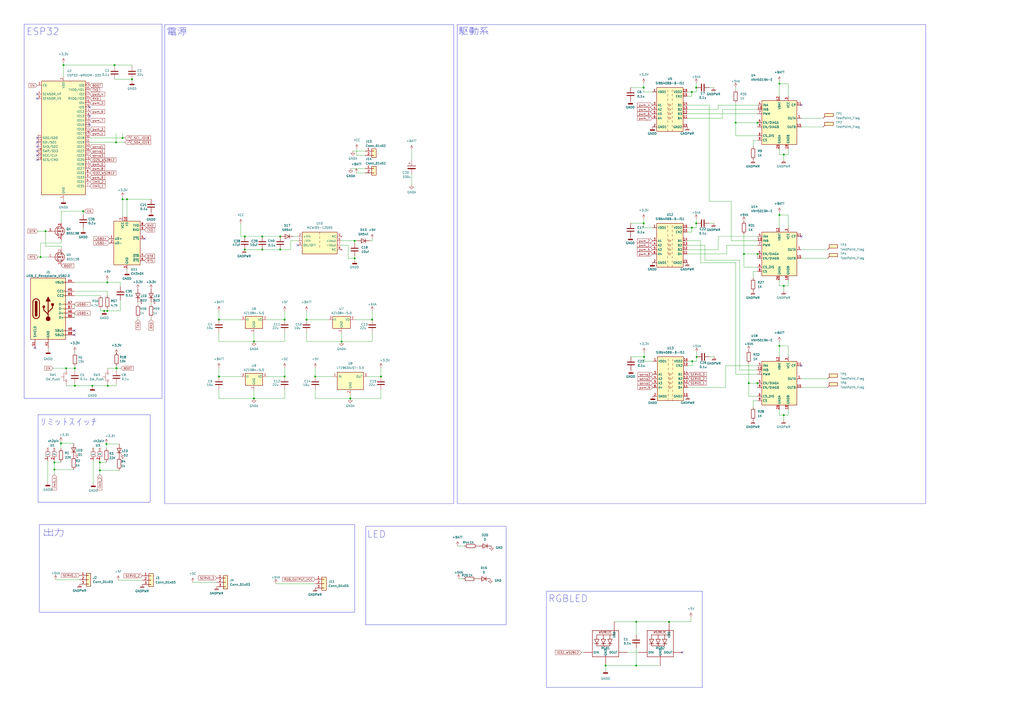
<source format=kicad_sch>
(kicad_sch (version 20231120) (generator "eeschema") (generator_version "8.0")
  (paper "A2")
  (junction (at 401.574 209.55))
  (junction (at 162.56 144.78))
  (junction (at 454.66 240.792))
  (junction (at 403.86 50.8))
  (junction (at 38.354 213.614))
  (junction (at 198.12 198.12))
  (junction (at 369.062 386.08))
  (junction (at 48.26 122.5042))
  (junction (at 67.5894 213.614))
  (junction (at 66.421 37.719))
  (junction (at 165.1 218.44))
  (junction (at 76.581 45.974))
  (junction (at 127 185.42))
  (junction (at 71.12 80.01))
  (junction (at 162.56 137.16))
  (junction (at 31.5468 272.415))
  (junction (at 61.722 257.556))
  (junction (at 369.062 360.68))
  (junction (at 220.98 218.44))
  (junction (at 403.86 129.54))
  (junction (at 401.32 132.08))
  (junction (at 454.66 165.862))
  (junction (at 127 218.44))
  (junction (at 60.452 180.34))
  (junction (at 177.8 185.42))
  (junction (at 439.42 222.25))
  (junction (at 182.88 218.44))
  (junction (at 67.31 82.55))
  (junction (at 434.34 222.25))
  (junction (at 36.83 37.719))
  (junction (at 35.3568 257.175))
  (junction (at 426.72 71.12))
  (junction (at 452.12 124.714))
  (junction (at 53.594 223.774))
  (junction (at 431.546 147.32))
  (junction (at 205.74 139.7))
  (junction (at 57.912 272.796))
  (junction (at 62.23 180.34))
  (junction (at 373.634 207.01))
  (junction (at 62.23 163.83))
  (junction (at 351.282 386.08))
  (junction (at 215.9 185.42))
  (junction (at 141.986 137.16))
  (junction (at 439.42 147.32))
  (junction (at 43.434 223.774))
  (junction (at 73.66 115.57))
  (junction (at 452.12 200.66))
  (junction (at 71.12 115.57))
  (junction (at 404.114 207.01))
  (junction (at 373.38 129.54))
  (junction (at 62.484 223.774))
  (junction (at 454.66 89.662))
  (junction (at 31.5468 268.2494))
  (junction (at 373.38 50.8))
  (junction (at 23.495 149.098))
  (junction (at 205.74 149.86))
  (junction (at 203.2 231.14))
  (junction (at 152.146 144.78))
  (junction (at 141.986 144.78))
  (junction (at 401.32 53.34))
  (junction (at 147.32 198.12))
  (junction (at 439.42 71.12))
  (junction (at 452.12 48.514))
  (junction (at 67.564 213.614))
  (junction (at 147.32 231.14))
  (junction (at 388.112 360.68))
  (junction (at 57.912 268.2494))
  (junction (at 43.434 213.614))
  (junction (at 152.146 137.16))
  (junction (at 165.1 185.42))
  (junction (at 26.416 134.112))
  (no_connect (at 21.59 92.71))
  (no_connect (at 464.82 212.09))
  (no_connect (at 172.72 142.24))
  (no_connect (at 464.82 137.16))
  (no_connect (at 21.59 54.61))
  (no_connect (at 21.59 82.55))
  (no_connect (at 52.07 67.31))
  (no_connect (at 21.59 87.63))
  (no_connect (at 21.59 80.01))
  (no_connect (at 21.59 85.09))
  (no_connect (at 395.732 378.46))
  (no_connect (at 21.59 90.17))
  (no_connect (at 43.18 191.77))
  (no_connect (at 43.18 194.31))
  (no_connect (at 83.82 138.43))
  (no_connect (at 464.82 60.96))
  (no_connect (at 21.59 57.15))
  (no_connect (at 20.32 201.93))
  (no_connect (at 52.07 62.23))
  (no_connect (at 52.07 72.39))
  (wire (pts (xy 452.12 198.12) (xy 452.12 200.66)))
  (wire (pts (xy 434.34 222.25) (xy 434.34 229.87)))
  (wire (pts (xy 414.02 50.8) (xy 411.48 50.8)))
  (wire (pts (xy 182.88 226.06) (xy 182.88 231.14)))
  (wire (pts (xy 67.5894 205.359) (xy 67.5894 204.5462)))
  (wire (pts (xy 398.78 144.78) (xy 416.56 144.78)))
  (wire (pts (xy 67.31 77.47) (xy 67.31 82.55)))
  (wire (pts (xy 170.434 137.16) (xy 172.72 137.16)))
  (wire (pts (xy 411.48 60.96) (xy 411.48 116.84)))
  (wire (pts (xy 398.78 55.88) (xy 401.32 55.88)))
  (wire (pts (xy 127 185.42) (xy 139.7 185.42)))
  (wire (pts (xy 71.12 115.57) (xy 73.66 115.57)))
  (wire (pts (xy 22.0726 149.098) (xy 23.495 149.098)))
  (wire (pts (xy 398.78 134.62) (xy 401.32 134.62)))
  (wire (pts (xy 154.94 218.44) (xy 165.1 218.44)))
  (wire (pts (xy 401.32 132.08) (xy 403.86 132.08)))
  (wire (pts (xy 436.88 81.28) (xy 436.88 85.09)))
  (wire (pts (xy 369.062 360.68) (xy 369.062 368.3)))
  (wire (pts (xy 147.32 231.14) (xy 165.1 231.14)))
  (wire (pts (xy 147.32 193.04) (xy 147.32 198.12)))
  (wire (pts (xy 266.0396 335.788) (xy 268.5796 335.788)))
  (wire (pts (xy 398.78 147.32) (xy 421.64 147.32)))
  (wire (pts (xy 198.12 198.12) (xy 215.9 198.12)))
  (wire (pts (xy 207.01 139.7) (xy 205.74 139.7)))
  (wire (pts (xy 426.72 71.12) (xy 426.72 78.74)))
  (wire (pts (xy 477.52 73.66) (xy 464.82 73.66)))
  (wire (pts (xy 67.5894 212.1662) (xy 67.5894 213.614)))
  (wire (pts (xy 31.5468 268.2494) (xy 35.3568 268.2494)))
  (wire (pts (xy 400.812 358.14) (xy 400.812 360.68)))
  (wire (pts (xy 337.312 378.46) (xy 338.582 378.46)))
  (wire (pts (xy 457.2 124.714) (xy 457.2 132.08)))
  (wire (pts (xy 211.836 87.63) (xy 204.724 87.63)))
  (wire (pts (xy 62.23 162.56) (xy 62.23 163.83)))
  (wire (pts (xy 406.4 152.4) (xy 426.72 152.4)))
  (wire (pts (xy 431.546 135.89) (xy 431.546 147.32)))
  (wire (pts (xy 426.72 152.4) (xy 426.72 217.17)))
  (wire (pts (xy 398.78 139.7) (xy 406.4 139.7)))
  (wire (pts (xy 111.76 337.82) (xy 125.73 337.82)))
  (wire (pts (xy 32.258 336.296) (xy 46.228 336.296)))
  (wire (pts (xy 141.732 144.78) (xy 141.986 144.78)))
  (wire (pts (xy 26.416 134.112) (xy 27.94 134.112)))
  (wire (pts (xy 431.546 154.94) (xy 439.42 154.94)))
  (wire (pts (xy 416.56 63.5) (xy 398.78 63.5)))
  (wire (pts (xy 162.56 137.16) (xy 162.814 137.16)))
  (wire (pts (xy 80.01 185.42) (xy 80.01 184.15)))
  (wire (pts (xy 414.02 129.54) (xy 411.48 129.54)))
  (wire (pts (xy 454.66 243.84) (xy 454.66 240.792)))
  (wire (pts (xy 67.564 214.884) (xy 67.564 213.614)))
  (wire (pts (xy 35.56 122.5042) (xy 35.56 129.032)))
  (wire (pts (xy 457.2 237.49) (xy 457.2 240.792)))
  (wire (pts (xy 452.12 124.714) (xy 452.12 132.08)))
  (wire (pts (xy 182.88 218.44) (xy 193.04 218.44)))
  (wire (pts (xy 420.878 212.09) (xy 420.878 224.79)))
  (wire (pts (xy 398.78 132.08) (xy 401.32 132.08)))
  (wire (pts (xy 127 198.12) (xy 147.32 198.12)))
  (wire (pts (xy 67.564 213.614) (xy 62.484 213.614)))
  (wire (pts (xy 36.83 36.449) (xy 36.83 37.719)))
  (wire (pts (xy 43.18 163.83) (xy 62.23 163.83)))
  (wire (pts (xy 198.12 139.7) (xy 205.74 139.7)))
  (wire (pts (xy 464.82 144.78) (xy 480.06 144.78)))
  (wire (pts (xy 38.354 213.614) (xy 30.734 213.614)))
  (wire (pts (xy 141.986 137.16) (xy 152.146 137.16)))
  (wire (pts (xy 35.56 122.5042) (xy 48.26 122.5042)))
  (wire (pts (xy 457.2 86.36) (xy 457.2 89.662)))
  (wire (pts (xy 177.8 180.34) (xy 177.8 185.42)))
  (wire (pts (xy 160.02 338.582) (xy 182.88 338.582)))
  (wire (pts (xy 54.102 267.2334) (xy 54.102 280.3652)))
  (wire (pts (xy 399.034 212.09) (xy 401.574 212.09)))
  (wire (pts (xy 205.74 149.86) (xy 205.74 151.13)))
  (wire (pts (xy 62.484 223.774) (xy 53.594 223.774)))
  (wire (pts (xy 21.9964 134.112) (xy 26.416 134.112)))
  (wire (pts (xy 139.7 137.16) (xy 141.986 137.16)))
  (wire (pts (xy 369.062 375.92) (xy 369.062 386.08)))
  (wire (pts (xy 431.546 147.32) (xy 439.42 147.32)))
  (wire (pts (xy 69.85 180.34) (xy 62.23 180.34)))
  (wire (pts (xy 414.274 207.01) (xy 411.734 207.01)))
  (wire (pts (xy 215.9 180.34) (xy 215.9 185.42)))
  (wire (pts (xy 147.32 226.06) (xy 147.32 231.14)))
  (wire (pts (xy 452.12 48.514) (xy 457.2 48.514)))
  (wire (pts (xy 80.01 176.53) (xy 80.01 175.26)))
  (wire (pts (xy 399.034 224.79) (xy 420.878 224.79)))
  (wire (pts (xy 424.18 116.84) (xy 424.18 139.7)))
  (wire (pts (xy 27.94 201.93) (xy 27.94 203.2)))
  (wire (pts (xy 66.421 38.354) (xy 66.421 37.719)))
  (wire (pts (xy 49.022 122.5042) (xy 48.26 122.5042)))
  (wire (pts (xy 426.72 71.12) (xy 439.42 71.12)))
  (wire (pts (xy 72.39 80.01) (xy 71.12 80.01)))
  (wire (pts (xy 127 193.04) (xy 127 198.12)))
  (wire (pts (xy 182.88 231.14) (xy 203.2 231.14)))
  (wire (pts (xy 439.42 222.25) (xy 439.42 224.79)))
  (wire (pts (xy 36.83 37.719) (xy 36.83 44.45)))
  (wire (pts (xy 177.8 185.42) (xy 190.5 185.42)))
  (wire (pts (xy 206.756 100.33) (xy 211.836 100.33)))
  (wire (pts (xy 378.46 132.08) (xy 373.38 132.08)))
  (wire (pts (xy 439.42 71.12) (xy 439.42 73.66)))
  (wire (pts (xy 378.46 53.34) (xy 373.38 53.34)))
  (wire (pts (xy 406.4 139.7) (xy 406.4 152.4)))
  (wire (pts (xy 403.86 129.54) (xy 403.86 132.08)))
  (wire (pts (xy 35.56 144.018) (xy 35.56 142.875)))
  (wire (pts (xy 480.06 149.86) (xy 464.82 149.86)))
  (wire (pts (xy 416.56 137.16) (xy 439.42 137.16)))
  (wire (pts (xy 43.18 181.61) (xy 43.18 184.15)))
  (wire (pts (xy 66.421 37.719) (xy 76.581 37.719)))
  (wire (pts (xy 73.66 156.21) (xy 73.66 157.48)))
  (wire (pts (xy 60.452 180.34) (xy 62.23 180.34)))
  (wire (pts (xy 464.82 219.71) (xy 480.06 219.71)))
  (wire (pts (xy 373.38 48.26) (xy 373.38 50.8)))
  (wire (pts (xy 23.495 140.97) (xy 23.495 149.098)))
  (wire (pts (xy 48.26 122.5042) (xy 48.26 124.46)))
  (wire (pts (xy 43.434 212.344) (xy 43.434 213.614)))
  (wire (pts (xy 436.88 157.48) (xy 436.88 161.29)))
  (wire (pts (xy 62.23 171.45) (xy 62.23 168.91)))
  (wire (pts (xy 215.9 139.7) (xy 214.63 139.7)))
  (wire (pts (xy 71.12 77.47) (xy 71.12 80.01)))
  (wire (pts (xy 421.64 142.24) (xy 439.42 142.24)))
  (wire (pts (xy 403.86 127) (xy 403.86 129.54)))
  (wire (pts (xy 373.38 127) (xy 373.38 129.54)))
  (wire (pts (xy 35.56 139.192) (xy 35.56 140.97)))
  (wire (pts (xy 401.32 53.34) (xy 403.86 53.34)))
  (wire (pts (xy 452.12 240.792) (xy 452.12 237.49)))
  (wire (pts (xy 43.434 204.089) (xy 43.434 204.724)))
  (wire (pts (xy 87.63 176.53) (xy 87.63 175.26)))
  (wire (pts (xy 201.93 149.86) (xy 205.74 149.86)))
  (wire (pts (xy 57.912 272.796) (xy 57.912 275.3614)))
  (wire (pts (xy 71.12 115.57) (xy 71.12 125.73)))
  (wire (pts (xy 165.1 180.34) (xy 165.1 185.42)))
  (wire (pts (xy 373.38 50.8) (xy 373.38 53.34)))
  (wire (pts (xy 404.114 207.01) (xy 404.114 209.55)))
  (wire (pts (xy 31.5468 268.2494) (xy 31.5468 272.415)))
  (wire (pts (xy 398.78 53.34) (xy 401.32 53.34)))
  (wire (pts (xy 182.88 213.36) (xy 182.88 218.44)))
  (wire (pts (xy 439.42 60.96) (xy 416.56 60.96)))
  (wire (pts (xy 152.146 144.78) (xy 162.56 144.78)))
  (wire (pts (xy 61.722 257.2512) (xy 61.722 257.556)))
  (wire (pts (xy 211.836 97.79) (xy 203.454 97.79)))
  (wire (pts (xy 457.2 200.66) (xy 457.2 207.01)))
  (wire (pts (xy 154.94 185.42) (xy 165.1 185.42)))
  (wire (pts (xy 356.362 360.68) (xy 369.062 360.68)))
  (wire (pts (xy 168.656 144.78) (xy 168.656 139.7)))
  (wire (pts (xy 452.12 165.862) (xy 452.12 162.56)))
  (wire (pts (xy 220.98 213.36) (xy 220.98 218.44)))
  (wire (pts (xy 67.31 82.55) (xy 52.07 82.55)))
  (wire (pts (xy 53.594 224.409) (xy 53.594 223.774)))
  (wire (pts (xy 238.76 100.838) (xy 238.76 107.188)))
  (wire (pts (xy 429.006 150.876) (xy 408.94 150.876)))
  (wire (pts (xy 454.66 240.792) (xy 457.2 240.792)))
  (wire (pts (xy 69.85 180.34) (xy 69.85 173.99)))
  (wire (pts (xy 62.23 180.34) (xy 62.23 179.07)))
  (wire (pts (xy 127 231.14) (xy 147.32 231.14)))
  (wire (pts (xy 198.12 142.24) (xy 201.93 142.24)))
  (wire (pts (xy 464.82 68.58) (xy 477.52 68.58)))
  (wire (pts (xy 35.3568 257.175) (xy 35.3568 260.2484)))
  (wire (pts (xy 398.78 66.04) (xy 439.42 66.04)))
  (wire (pts (xy 452.12 46.99) (xy 452.12 48.514)))
  (wire (pts (xy 35.56 140.97) (xy 23.495 140.97)))
  (wire (pts (xy 62.23 168.91) (xy 43.18 168.91)))
  (wire (pts (xy 165.1 213.36) (xy 165.1 218.44)))
  (wire (pts (xy 62.23 163.83) (xy 69.85 163.83)))
  (wire (pts (xy 411.48 116.84) (xy 424.18 116.84)))
  (wire (pts (xy 207.01 90.17) (xy 211.836 90.17)))
  (wire (pts (xy 66.421 45.974) (xy 76.581 45.974)))
  (wire (pts (xy 141.986 144.78) (xy 152.146 144.78)))
  (wire (pts (xy 43.434 222.504) (xy 43.434 223.774)))
  (wire (pts (xy 401.32 134.62) (xy 401.32 132.08)))
  (wire (pts (xy 434.34 222.25) (xy 439.42 222.25)))
  (wire (pts (xy 457.2 162.56) (xy 457.2 165.862)))
  (wire (pts (xy 398.78 60.96) (xy 411.48 60.96)))
  (wire (pts (xy 220.98 231.14) (xy 220.98 226.06)))
  (wire (pts (xy 403.86 48.26) (xy 403.86 50.8)))
  (wire (pts (xy 401.32 55.88) (xy 401.32 53.34)))
  (wire (pts (xy 31.5468 267.2334) (xy 31.5468 268.2494)))
  (wire (pts (xy 36.83 116.078) (xy 36.83 115.57)))
  (wire (pts (xy 369.062 386.08) (xy 351.282 386.08)))
  (wire (pts (xy 365.76 50.8) (xy 373.38 50.8)))
  (wire (pts (xy 439.42 147.32) (xy 439.42 149.86)))
  (wire (pts (xy 416.56 60.96) (xy 416.56 63.5)))
  (wire (pts (xy 426.72 59.69) (xy 426.72 71.12)))
  (wire (pts (xy 480.06 224.79) (xy 464.82 224.79)))
  (wire (pts (xy 452.12 124.714) (xy 457.2 124.714)))
  (wire (pts (xy 454.66 92.71) (xy 454.66 89.662)))
  (wire (pts (xy 58.42 179.07) (xy 58.42 180.34)))
  (wire (pts (xy 457.2 200.66) (xy 452.12 200.66)))
  (wire (pts (xy 147.32 198.12) (xy 165.1 198.12)))
  (wire (pts (xy 363.982 378.46) (xy 370.332 378.46)))
  (wire (pts (xy 434.34 210.82) (xy 434.34 222.25)))
  (wire (pts (xy 69.1134 257.556) (xy 61.722 257.556)))
  (wire (pts (xy 67.564 223.774) (xy 62.484 223.774)))
  (wire (pts (xy 439.42 157.48) (xy 436.88 157.48)))
  (wire (pts (xy 76.581 47.244) (xy 76.581 45.974)))
  (wire (pts (xy 426.72 50.8) (xy 426.72 52.07)))
  (wire (pts (xy 203.2 228.6) (xy 203.2 231.14)))
  (wire (pts (xy 454.66 168.91) (xy 454.66 165.862)))
  (wire (pts (xy 369.062 386.08) (xy 383.032 386.08)))
  (wire (pts (xy 388.112 360.68) (xy 400.812 360.68)))
  (wire (pts (xy 152.146 137.16) (xy 162.56 137.16)))
  (wire (pts (xy 165.1 198.12) (xy 165.1 193.04)))
  (wire (pts (xy 365.76 129.54) (xy 373.38 129.54)))
  (wire (pts (xy 452.12 48.514) (xy 452.12 55.88)))
  (wire (pts (xy 452.12 89.662) (xy 452.12 86.36)))
  (wire (pts (xy 177.8 198.12) (xy 198.12 198.12)))
  (wire (pts (xy 399.034 209.55) (xy 401.574 209.55)))
  (wire (pts (xy 139.7 129.794) (xy 139.7 137.16)))
  (wire (pts (xy 36.83 37.719) (xy 66.421 37.719)))
  (wire (pts (xy 401.574 212.09) (xy 401.574 209.55)))
  (wire (pts (xy 420.878 212.09) (xy 439.42 212.09)))
  (wire (pts (xy 373.634 207.01) (xy 373.634 209.55)))
  (wire (pts (xy 419.1 68.58) (xy 398.78 68.58)))
  (wire (pts (xy 205.74 148.59) (xy 205.74 149.86)))
  (wire (pts (xy 436.88 232.41) (xy 436.88 236.22)))
  (wire (pts (xy 457.2 48.514) (xy 457.2 55.88)))
  (wire (pts (xy 205.74 140.97) (xy 205.74 139.7)))
  (wire (pts (xy 416.56 144.78) (xy 416.56 137.16)))
  (wire (pts (xy 162.56 144.78) (xy 168.656 144.78)))
  (wire (pts (xy 366.014 207.01) (xy 373.634 207.01)))
  (wire (pts (xy 373.634 204.47) (xy 373.634 207.01)))
  (wire (pts (xy 454.66 89.662) (xy 457.2 89.662)))
  (wire (pts (xy 61.722 257.556) (xy 61.722 260.2484)))
  (wire (pts (xy 439.42 63.5) (xy 419.1 63.5)))
  (wire (pts (xy 401.574 209.55) (xy 404.114 209.55)))
  (wire (pts (xy 23.495 149.098) (xy 27.94 149.098)))
  (wire (pts (xy 127 226.06) (xy 127 231.14)))
  (wire (pts (xy 43.434 213.614) (xy 43.434 214.884)))
  (wire (pts (xy 277.5204 316.738) (xy 276.86 316.738)))
  (wire (pts (xy 87.63 185.42) (xy 87.63 184.15)))
  (wire (pts (xy 43.18 176.53) (xy 43.18 179.07)))
  (wire (pts (xy 454.66 165.862) (xy 452.12 165.862)))
  (wire (pts (xy 57.912 268.2494) (xy 61.722 268.2494)))
  (wire (pts (xy 454.66 165.862) (xy 457.2 165.862)))
  (wire (pts (xy 71.12 80.01) (xy 52.07 80.01)))
  (wire (pts (xy 213.36 218.44) (xy 220.98 218.44)))
  (wire (pts (xy 58.42 180.34) (xy 60.452 180.34)))
  (wire (pts (xy 215.9 198.12) (xy 215.9 193.04)))
  (wire (pts (xy 57.912 267.2334) (xy 57.912 268.2494)))
  (wire (pts (xy 203.2 231.14) (xy 220.98 231.14)))
  (wire (pts (xy 404.114 204.47) (xy 404.114 207.01)))
  (wire (pts (xy 419.1 63.5) (xy 419.1 68.58)))
  (wire (pts (xy 72.39 82.55) (xy 67.31 82.55)))
  (wire (pts (xy 439.42 232.41) (xy 436.88 232.41)))
  (wire (pts (xy 73.66 115.57) (xy 87.63 115.57)))
  (wire (pts (xy 276.86 335.788) (xy 276.1996 335.788)))
  (wire (pts (xy 69.85 166.37) (xy 69.85 163.83)))
  (wire (pts (xy 454.66 89.662) (xy 452.12 89.662)))
  (wire (pts (xy 421.64 147.32) (xy 421.64 142.24)))
  (wire (pts (xy 403.86 50.8) (xy 403.86 53.34)))
  (wire (pts (xy 43.18 171.45) (xy 58.42 171.45)))
  (wire (pts (xy 452.12 200.66) (xy 452.12 207.01)))
  (wire (pts (xy 177.8 193.04) (xy 177.8 198.12)))
  (wire (pts (xy 67.564 222.504) (xy 67.564 223.774)))
  (wire (pts (xy 434.34 229.87) (xy 439.42 229.87)))
  (wire (pts (xy 70.104 213.614) (xy 67.5894 213.614)))
  (wire (pts (xy 57.912 268.2494) (xy 57.912 272.796)))
  (wire (pts (xy 35.3568 267.8684) (xy 35.3568 268.2494)))
  (wire (pts (xy 265.43 316.738) (xy 269.24 316.738)))
  (wire (pts (xy 26.416 142.875) (xy 26.416 134.112)))
  (wire (pts (xy 73.66 115.57) (xy 73.66 125.73)))
  (wire (pts (xy 198.12 193.04) (xy 198.12 198.12)))
  (wire (pts (xy 426.72 78.74) (xy 439.42 78.74)))
  (wire (pts (xy 205.74 185.42) (xy 215.9 185.42)))
  (wire (pts (xy 207.01 86.36) (xy 207.01 90.17)))
  (wire (pts (xy 127 180.34) (xy 127 185.42)))
  (wire (pts (xy 378.714 209.55) (xy 373.634 209.55)))
  (wire (pts (xy 431.546 147.32) (xy 431.546 154.94)))
  (wire (pts (xy 408.94 142.24) (xy 398.78 142.24)))
  (wire (pts (xy 38.354 213.614) (xy 43.434 213.614)))
  (wire (pts (xy 43.434 223.774) (xy 53.594 223.774)))
  (wire (pts (xy 69.1134 272.796) (xy 57.912 272.796)))
  (wire (pts (xy 168.656 139.7) (xy 172.72 139.7)))
  (wire (pts (xy 424.18 139.7) (xy 439.42 139.7)))
  (wire (pts (xy 408.94 150.876) (xy 408.94 142.24)))
  (wire (pts (xy 439.42 217.17) (xy 426.72 217.17)))
  (wire (pts (xy 429.006 214.63) (xy 429.006 150.876)))
  (wire (pts (xy 439.42 81.28) (xy 436.88 81.28)))
  (wire (pts (xy 42.7482 257.175) (xy 35.3568 257.175)))
  (wire (pts (xy 454.66 240.792) (xy 452.12 240.792)))
  (wire (pts (xy 373.38 129.54) (xy 373.38 132.08)))
  (wire (pts (xy 27.7368 267.2334) (xy 27.7368 279.908)))
  (wire (pts (xy 35.3568 256.286) (xy 35.3568 257.175)))
  (wire (pts (xy 165.1 231.14) (xy 165.1 226.06)))
  (wire (pts (xy 68.58 336.55) (xy 82.55 336.55)))
  (wire (pts (xy 71.12 114.3) (xy 71.12 115.57)))
  (wire (pts (xy 215.9 138.43) (xy 215.9 139.7)))
  (wire (pts (xy 369.062 360.68) (xy 388.112 360.68)))
  (wire (pts (xy 127 213.36) (xy 127 218.44)))
  (wire (pts (xy 31.5468 272.415) (xy 31.5468 275.3614)))
  (wire (pts (xy 238.76 86.868) (xy 238.76 93.218)))
  (wire (pts (xy 43.434 223.774) (xy 38.354 223.774)))
  (wire (pts (xy 76.581 37.719) (xy 76.581 38.354)))
  (wire (pts (xy 67.5894 213.614) (xy 67.564 213.614)))
  (wire (pts (xy 201.93 142.24) (xy 201.93 149.86)))
  (wire (pts (xy 452.12 123.19) (xy 452.12 124.714)))
  (wire (pts (xy 42.7482 272.415) (xy 31.5468 272.415)))
  (wire (pts (xy 351.282 386.08) (xy 351.282 388.62)))
  (wire (pts (xy 61.722 267.8684) (xy 61.722 268.2494)))
  (wire (pts (xy 48.26 133.35) (xy 48.26 132.08)))
  (wire (pts (xy 127 218.44) (xy 139.7 218.44)))
  (wire (pts (xy 439.42 214.63) (xy 429.006 214.63)))
  (wire (pts (xy 35.56 142.875) (xy 26.416 142.875)))
  (rectangle (start 95.504 14.256) (end 263.144 292.1))
  (rectangle (start 22.062 240.5634) (end 87.122 291.3634))
  (rectangle (start 316.992 342.9) (end 407.416 398.78))
  (rectangle (start 265.176 14.224) (end 536.956 292.1))
  (rectangle (start 212.09 305.308) (end 293.5732 362.458))
  (rectangle (start 22.86 304.292) (end 205.74 355.092))
  (rectangle (start 13.97 13.97) (end 93.98 231.14))
  (text "ESP32" (at 15.24 20.828 0) (effects (font (size 4 4)) (justify left bottom)))
  (text "駆動系" (at 265.938 20.828 0) (effects (font (size 4 4)) (justify left bottom)))
  (text "リミットスイッチ" (at 22.86 247.6754 0) (effects (font (size 4 4)) (justify left bottom)))
  (text "出力" (at 31.242 309.372 0) (effects (font (size 4 4))))
  (text "RGBLED" (at 318.008 349.758 0) (effects (font (size 4 4)) (justify left bottom)))
  (text "電源" (at 96.774 21.082 0) (effects (font (size 4 4)) (justify left bottom)))
  (text "LED" (at 218.3892 310.134 0) (effects (font (size 4 4))))
  (global_label "USBD-" (shape input) (at 63.5 140.97 180) (property "Intersheetrefs" "${INTERSHEET_REFS}" (effects (hide yes))))
  (global_label "TXD" (shape input) (at 52.07 52.07 0) (property "Intersheetrefs" "${INTERSHEET_REFS}" (effects (hide yes))))
  (global_label "SERVO_3" (shape input) (at 125.73 335.28 180) (property "Intersheetrefs" "${INTERSHEET_REFS}" (effects (hide yes))))
  (global_label "RXD" (shape input) (at 52.07 57.15 0) (property "Intersheetrefs" "${INTERSHEET_REFS}" (effects (hide yes))))
  (global_label "servo1" (shape input) (at 52.07 85.09 0) (property "Intersheetrefs" "${INTERSHEET_REFS}" (effects (hide yes))))
  (global_label "servo1" (shape input) (at 378.714 222.25 180) (property "Intersheetrefs" "${INTERSHEET_REFS}" (effects (hide yes))))
  (global_label "RGB_OUTPUT_VCC" (shape input) (at 182.88 336.042 180) (property "Intersheetrefs" "${INTERSHEET_REFS}" (effects (hide yes))))
  (global_label "limit_2" (shape input) (at 52.07 105.41 0) (property "Intersheetrefs" "${INTERSHEET_REFS}" (effects (hide yes))))
  (global_label "pwm_3" (shape input) (at 378.46 63.5 180) (property "Intersheetrefs" "${INTERSHEET_REFS}" (effects (hide yes))))
  (global_label "pwm_1" (shape input) (at 52.07 77.47 0) (property "Intersheetrefs" "${INTERSHEET_REFS}" (effects (hide yes))))
  (global_label "servo3" (shape input) (at 378.714 217.17 180) (property "Intersheetrefs" "${INTERSHEET_REFS}" (effects (hide yes))))
  (global_label "limit_1" (shape input) (at 52.07 107.95 0) (property "Intersheetrefs" "${INTERSHEET_REFS}" (effects (hide yes))))
  (global_label "RTS" (shape input) (at 83.82 151.13 0) (property "Intersheetrefs" "${INTERSHEET_REFS}" (effects (hide yes))))
  (global_label "TXD" (shape input) (at 80.01 185.42 270) (property "Intersheetrefs" "${INTERSHEET_REFS}" (effects (hide yes))))
  (global_label "pwm_4" (shape input) (at 378.46 60.96 180) (property "Intersheetrefs" "${INTERSHEET_REFS}" (effects (hide yes))))
  (global_label "pwm_2" (shape input) (at 378.46 139.7 180) (property "Intersheetrefs" "${INTERSHEET_REFS}" (effects (hide yes))))
  (global_label "USBD+" (shape input) (at 43.18 181.61 0) (property "Intersheetrefs" "${INTERSHEET_REFS}" (effects (hide yes))))
  (global_label "pwm_2" (shape input) (at 52.07 74.93 0) (property "Intersheetrefs" "${INTERSHEET_REFS}" (effects (hide yes))))
  (global_label "pwm_5" (shape input) (at 378.46 144.78 180) (property "Intersheetrefs" "${INTERSHEET_REFS}" (effects (hide yes))))
  (global_label "servo3" (shape input) (at 52.07 90.17 0) (property "Intersheetrefs" "${INTERSHEET_REFS}" (effects (hide yes))))
  (global_label "pwm_9" (shape input) (at 378.714 224.79 180) (property "Intersheetrefs" "${INTERSHEET_REFS}" (effects (hide yes))))
  (global_label "limit_2" (shape input) (at 57.912 275.3614 270) (property "Intersheetrefs" "${INTERSHEET_REFS}" (effects (hide yes))))
  (global_label "pwm_7" (shape input) (at 378.46 68.58 180) (property "Intersheetrefs" "${INTERSHEET_REFS}" (effects (hide yes))))
  (global_label "BOOT" (shape input) (at 52.07 49.53 0) (property "Intersheetrefs" "${INTERSHEET_REFS}" (effects (hide yes))))
  (global_label "IO25_WS2812" (shape input) (at 52.07 92.71 0) (property "Intersheetrefs" "${INTERSHEET_REFS}" (effects (hide yes))))
  (global_label "TXD" (shape input) (at 83.82 133.35 0) (property "Intersheetrefs" "${INTERSHEET_REFS}" (effects (hide yes))))
  (global_label "IO32_WS2812" (shape input) (at 337.312 378.46 180) (property "Intersheetrefs" "${INTERSHEET_REFS}" (effects (hide yes))))
  (global_label "servo2" (shape input) (at 52.07 87.63 0) (property "Intersheetrefs" "${INTERSHEET_REFS}" (effects (hide yes))))
  (global_label "EN" (shape input) (at 21.59 49.53 180) (property "Intersheetrefs" "${INTERSHEET_REFS}" (effects (hide yes))))
  (global_label "pwm_3" (shape input) (at 52.07 59.69 0) (property "Intersheetrefs" "${INTERSHEET_REFS}" (effects (hide yes))))
  (global_label "limit_1" (shape input) (at 31.5468 275.3614 270) (property "Intersheetrefs" "${INTERSHEET_REFS}" (effects (hide yes))))
  (global_label "pwm_8" (shape input) (at 52.07 97.79 0) (property "Intersheetrefs" "${INTERSHEET_REFS}" (effects (hide yes))))
  (global_label "pwm_9" (shape input) (at 52.07 102.87 0) (property "Intersheetrefs" "${INTERSHEET_REFS}" (effects (hide yes))))
  (global_label "BOOT" (shape input) (at 70.104 213.614 0) (property "Intersheetrefs" "${INTERSHEET_REFS}" (effects (hide yes))))
  (global_label "IO32_WS2812" (shape input) (at 52.07 100.33 0) (property "Intersheetrefs" "${INTERSHEET_REFS}" (effects (hide yes))))
  (global_label "SERVO_1" (shape input) (at 399.034 222.25 0) (property "Intersheetrefs" "${INTERSHEET_REFS}" (effects (hide yes))))
  (global_label "pwm_5" (shape input) (at 52.07 95.25 0) (property "Intersheetrefs" "${INTERSHEET_REFS}" (effects (hide yes))))
  (global_label "USBD+" (shape input) (at 63.5 138.43 180) (property "Intersheetrefs" "${INTERSHEET_REFS}" (effects (hide yes))))
  (global_label "BOOT" (shape input) (at 35.56 154.178 0) (property "Intersheetrefs" "${INTERSHEET_REFS}" (effects (hide yes))))
  (global_label "SERVO_2" (shape input) (at 82.55 334.01 180) (property "Intersheetrefs" "${INTERSHEET_REFS}" (effects (hide yes))))
  (global_label "pwm_6" (shape input) (at 52.07 64.77 0) (property "Intersheetrefs" "${INTERSHEET_REFS}" (effects (hide yes))))
  (global_label "SERVO_1" (shape input) (at 46.228 333.756 180) (property "Intersheetrefs" "${INTERSHEET_REFS}" (effects (hide yes))))
  (global_label "RXD" (shape input) (at 87.63 185.42 270) (property "Intersheetrefs" "${INTERSHEET_REFS}" (effects (hide yes))))
  (global_label "I²C_SDA_IO19" (shape input) (at 72.39 82.55 0) (property "Intersheetrefs" "${INTERSHEET_REFS}" (effects (hide yes))))
  (global_label "RTS" (shape input) (at 22.0726 149.098 180) (property "Intersheetrefs" "${INTERSHEET_REFS}" (effects (hide yes))))
  (global_label "pwm_6" (shape input) (at 378.46 66.04 180) (property "Intersheetrefs" "${INTERSHEET_REFS}" (effects (hide yes))))
  (global_label "pwm_7" (shape input) (at 52.07 69.85 0) (property "Intersheetrefs" "${INTERSHEET_REFS}" (effects (hide yes))))
  (global_label "SERVO_2" (shape input) (at 399.034 219.71 0) (property "Intersheetrefs" "${INTERSHEET_REFS}" (effects (hide yes))))
  (global_label "EN" (shape input) (at 49.022 122.5042 0) (property "Intersheetrefs" "${INTERSHEET_REFS}" (effects (hide yes))))
  (global_label "pwm_1" (shape input) (at 378.46 142.24 180) (property "Intersheetrefs" "${INTERSHEET_REFS}" (effects (hide yes))))
  (global_label "RXD" (shape input) (at 83.82 130.81 0) (property "Intersheetrefs" "${INTERSHEET_REFS}" (effects (hide yes))))
  (global_label "servo2" (shape input) (at 378.714 219.71 180) (property "Intersheetrefs" "${INTERSHEET_REFS}" (effects (hide yes))))
  (global_label "EN" (shape input) (at 30.734 213.614 180) (property "Intersheetrefs" "${INTERSHEET_REFS}" (effects (hide yes))))
  (global_label "DTR" (shape input) (at 83.82 148.59 0) (property "Intersheetrefs" "${INTERSHEET_REFS}" (effects (hide yes))))
  (global_label "I²C_SCL_IO18" (shape input) (at 72.39 80.01 0) (property "Intersheetrefs" "${INTERSHEET_REFS}" (effects (hide yes))))
  (global_label "DTR" (shape input) (at 21.9964 134.112 180) (property "Intersheetrefs" "${INTERSHEET_REFS}" (effects (hide yes))))
  (global_label "pwm_4" (shape input) (at 52.07 54.61 0) (property "Intersheetrefs" "${INTERSHEET_REFS}" (effects (hide yes))))
  (global_label "SERVO_3" (shape input) (at 399.034 217.17 0) (property "Intersheetrefs" "${INTERSHEET_REFS}" (effects (hide yes))))
  (global_label "USBD-" (shape input) (at 43.18 176.53 0) (property "Intersheetrefs" "${INTERSHEET_REFS}" (effects (hide yes))))
  (global_label "pwm_8" (shape input) (at 378.46 147.32 180) (property "Intersheetrefs" "${INTERSHEET_REFS}" (effects (hide yes))))
  (symbol (lib_id "Transistor_FET:BSS138") (at 33.02 134.112 0) (unit 1)
    (property "Reference" "Q4" (at 38.4556 132.8419 0) (effects (justify left)))
    (property "Value" "BSS138" (at 38.4556 135.3819 0) (effects (justify left)))
    (property "Footprint" "Package_TO_SOT_SMD:SOT-23" (effects (hide yes)))
    (property "Datasheet" "https://www.onsemi.com/pub/Collateral/BSS138-D.PDF" (effects (hide yes)))
  )
  (symbol (lib_id "power:GNDD") (at 48.26 133.35 0) (unit 1)
    (property "Reference" "#PWR0111" (effects (hide yes)))
    (property "Value" "GNDD" (at 48.26 137.541 0))
  )
  (symbol (lib_id "Connector:TestPoint_Flag") (at 480.06 224.79 0) (unit 1)
    (property "Reference" "TP6" (at 487.426 222.1229 0) (effects (justify left)))
    (property "Value" "TestPoint_Flag" (at 487.426 224.6629 0) (effects (justify left)))
    (property "Footprint" "TestPoint:TestPoint_Pad_2.5x2.5mm" (effects (hide yes)))
    (property "Description" "test point (alternative flag-style design)" (effects (hide yes)))
  )
  (symbol (lib_id "power:+5VA") (at 431.546 128.27 0) (unit 1)
    (property "Reference" "#PWR081" (effects (hide yes)))
    (property "Value" "+5VA" (at 431.546 124.587 0))
  )
  (symbol (lib_id "power:GNDD") (at 205.74 151.13 0) (unit 1)
    (property "Reference" "#PWR056" (effects (hide yes)))
    (property "Value" "GNDD" (at 208.28 154.94 0) (effects (justify right)))
  )
  (symbol (lib_id "Device:C") (at 220.98 222.25 0) (unit 1)
    (property "Reference" "C15" (at 214.5284 221.1578 0) (effects (justify left)))
    (property "Value" "22u" (at 213.7918 223.266 0) (effects (justify left)))
    (property "Footprint" "Capacitor_SMD:C_1206_3216Metric_Pad1.33x1.80mm_HandSolder" (effects (hide yes)))
  )
  (symbol (lib_id "Device:C") (at 127 222.25 0) (unit 1)
    (property "Reference" "C9" (at 120.5484 221.1578 0) (effects (justify left)))
    (property "Value" "10u" (at 119.8118 223.266 0) (effects (justify left)))
    (property "Footprint" "Capacitor_SMD:C_0805_2012Metric_Pad1.18x1.45mm_HandSolder" (effects (hide yes)))
  )
  (symbol (lib_id "Device:R") (at 272.3896 335.788 90) (unit 1)
    (property "Reference" "R20" (at 269.6972 333.7052 90))
    (property "Value" "1k" (at 273.0246 333.629 90))
    (property "Footprint" "Resistor_SMD:R_0603_1608Metric_Pad0.98x0.95mm_HandSolder" (effects (hide yes)))
  )
  (symbol (lib_id "Device:C") (at 76.581 42.164 0) (unit 1)
    (property "Reference" "C3" (at 79.502 40.9956 0) (effects (justify left)))
    (property "Value" "22u" (at 79.502 43.307 0) (effects (justify left)))
    (property "Footprint" "Capacitor_SMD:C_0805_2012Metric_Pad1.18x1.45mm_HandSolder" (effects (hide yes)))
  )
  (symbol (lib_id "power:+5V") (at 400.812 358.14 0) (unit 1)
    (property "Reference" "#PWR010" (effects (hide yes)))
    (property "Value" "+5V" (at 400.812 353.06 0))
  )
  (symbol (lib_id "Isolator:Si8640BB-B-IS1") (at 388.62 142.24 0) (unit 1)
    (property "Reference" "U12" (at 388.62 124.46 0))
    (property "Value" "Si8640BB-B-IS1" (at 388.62 127 0))
    (property "Footprint" "Package_SO:SSOP-16_3.9x4.9mm_P0.635mm" (effects (hide yes)))
    (property "Datasheet" "https://www.silabs.com/documents/public/data-sheets/si864x-datasheet.pdf" (effects (hide yes)))
    (property "Description" "Low-Power Quad-Channel Digital Isolator, 150Mbps, 2.5-5.5V, 2.5kV isolation, Fail-Safe Low, SOIC-16" (effects (hide yes)))
  )
  (symbol (lib_id "power:+5C") (at 165.1 213.36 0) (unit 1)
    (property "Reference" "#PWR032" (effects (hide yes)))
    (property "Value" "+5C" (at 165.1 208.28 0))
    (property "Description" "Power symbol creates a global label with name \"+5C\"" (effects (hide yes)))
  )
  (symbol (lib_id "Device:LED") (at 69.1134 261.366 90) (unit 1)
    (property "Reference" "D2" (at 74.295 264.1346 90) (effects (justify left)))
    (property "Value" "LED" (at 74.295 261.5946 90) (effects (justify left)))
    (property "Footprint" "LED_SMD:LED_0603_1608Metric_Pad1.05x0.95mm_HandSolder" (effects (hide yes)))
  )
  (symbol (lib_id "power:+5VA") (at 403.86 48.26 0) (unit 1)
    (property "Reference" "#PWR042" (effects (hide yes)))
    (property "Value" "+5VA" (at 403.86 44.577 0))
  )
  (symbol (lib_name "D_1") (lib_id "Device:D") (at 166.624 137.16 180) (unit 1)
    (property "Reference" "D17" (at 166.624 130.81 0))
    (property "Value" "SR54F" (at 166.624 133.35 0))
    (property "Footprint" "Diode_SMD:D_SMB" (effects (hide yes)))
    (property "Description" "Diode" (effects (hide yes)))
    (property "Sim.Device" "D" (effects (hide yes)))
    (property "Sim.Pins" "1=K 2=A" (effects (hide yes)))
  )
  (symbol (lib_id "power:+3.3V") (at 373.38 127 0) (unit 1)
    (property "Reference" "#PWR061" (effects (hide yes)))
    (property "Value" "+3.3V" (at 373.38 121.92 0))
  )
  (symbol (lib_id "Connector:TestPoint_Flag") (at 477.52 68.58 0) (unit 1)
    (property "Reference" "TP1" (at 484.886 65.9129 0) (effects (justify left)))
    (property "Value" "TestPoint_Flag" (at 484.886 68.4529 0) (effects (justify left)))
    (property "Footprint" "TestPoint:TestPoint_Pad_2.5x2.5mm" (effects (hide yes)))
    (property "Description" "test point (alternative flag-style design)" (effects (hide yes)))
  )
  (symbol (lib_id "power:GNDD") (at 73.66 157.48 0) (unit 1)
    (property "Reference" "#PWR069" (effects (hide yes)))
    (property "Value" "GNDD" (at 73.66 161.5948 0))
  )
  (symbol (lib_id "power:GNDPWR") (at 182.88 341.122 0) (unit 1)
    (property "Reference" "#PWR017" (effects (hide yes)))
    (property "Value" "GNDPWR" (at 182.753 344.932 0))
    (property "Description" "Power symbol creates a global label with name \"GNDPWR\" , global ground" (effects (hide yes)))
  )
  (symbol (lib_id "power:GNDD") (at 378.46 152.4 0) (unit 1)
    (property "Reference" "#PWR0101" (effects (hide yes)))
    (property "Value" "GNDD" (at 381 156.21 0) (effects (justify right)))
  )
  (symbol (lib_id "xh2pin:xh2pin") (at 60.452 262.1534 90) (unit 1)
    (property "Reference" "U3" (at 55.372 258.3434 90) (effects (justify right)))
    (property "Value" "xh2pin" (at 54.102 255.8034 90) (effects (justify right)))
    (property "Footprint" "Connector_JST:JST_XH_B2B-XH-A_1x02_P2.50mm_Vertical" (effects (hide yes)))
    (property "Datasheet" "https://akizukidenshi.com/catalog/g/g112262/" (effects (hide yes)))
  )
  (symbol (lib_id "RF_Module:ESP32-WROOM-32D") (at 36.83 80.01 0) (unit 1)
    (property "Reference" "U2" (at 38.8494 41.148 0) (effects (justify left)))
    (property "Value" "ESP32-WROOM-32D" (at 38.8494 43.688 0) (effects (justify left)))
    (property "Footprint" "RF_Module:ESP32-WROOM-32" (effects (hide yes)))
    (property "Datasheet" "https://www.espressif.com/sites/default/files/documentation/esp32-wroom-32d_esp32-wroom-32u_datasheet_en.pdf" (effects (hide yes)))
  )
  (symbol (lib_id "Device:C") (at 215.9 189.23 0) (unit 1)
    (property "Reference" "C13" (at 209.4484 188.1378 0) (effects (justify left)))
    (property "Value" "22u" (at 208.7118 190.246 0) (effects (justify left)))
    (property "Footprint" "Capacitor_SMD:C_1206_3216Metric_Pad1.33x1.80mm_HandSolder" (effects (hide yes)))
  )
  (symbol (lib_id "Regulator_Linear:AZ1084-5.0") (at 147.32 185.42 0) (unit 1)
    (property "Reference" "U6" (at 147.32 179.07 0))
    (property "Value" "AZ1084-5.0" (at 147.32 181.61 0))
    (property "Footprint" "Package_TO_SOT_SMD:TO-252-2" (effects (hide yes)))
    (property "Datasheet" "https://www.diodes.com/assets/Datasheets/AZ1084.pdf" (effects (hide yes)))
    (property "Description" "5A 12V Fixed LDO Linear Regulator, 1.5V, TO-220/TO-252/TO-263" (effects (hide yes)))
  )
  (symbol (lib_name "VCC_1") (lib_id "power:VCC") (at 207.01 86.36 0) (unit 1)
    (property "Reference" "#PWR052" (effects (hide yes)))
    (property "Value" "VCC" (at 207.01 81.28 0))
    (property "Description" "Power symbol creates a global label with name \"VCC\"" (effects (hide yes)))
  )
  (symbol (lib_id "power:GNDD") (at 351.282 388.62 0) (unit 1)
    (property "Reference" "#PWR06" (effects (hide yes)))
    (property "Value" "GNDD" (at 351.282 393.7 0))
  )
  (symbol (lib_id "Connector_Generic:Conn_01x02") (at 216.916 87.63 0) (unit 1)
    (property "Reference" "J13" (at 212.09 82.042 0) (effects (justify left)))
    (property "Value" "Conn_01x02" (at 212.09 84.582 0) (effects (justify left)))
    (property "Footprint" "Connector_AMASS:AMASS_XT60-M_1x02_P7.20mm_Vertical" (effects (hide yes)))
    (property "Description" "Generic connector, single row, 01x02, script generated (kicad-library-utils/schlib/autogen/connector/)" (effects (hide yes)))
  )
  (symbol (lib_id "power:+3.3V") (at 61.722 257.2512 0) (unit 1)
    (property "Reference" "#PWR07" (effects (hide yes)))
    (property "Value" "+3.3V" (at 63.9572 252.8824 0))
  )
  (symbol (lib_id "power:GNDPWR") (at 454.66 92.71 0) (unit 1)
    (property "Reference" "#PWR037" (effects (hide yes)))
    (property "Value" "GNDPWR" (at 454.533 96.52 0))
    (property "Description" "Power symbol creates a global label with name \"GNDPWR\" , global ground" (effects (hide yes)))
  )
  (symbol (lib_id "power:GNDD") (at 378.714 229.87 0) (unit 1)
    (property "Reference" "#PWR0102" (effects (hide yes)))
    (property "Value" "GNDD" (at 381.254 233.68 0) (effects (justify right)))
  )
  (symbol (lib_id "Device:C") (at 365.76 54.61 0) (unit 1)
    (property "Reference" "C6" (at 369.57 53.3399 0) (effects (justify left)))
    (property "Value" "0.1u" (at 369.57 55.8799 0) (effects (justify left)))
    (property "Footprint" "Capacitor_SMD:C_0603_1608Metric_Pad1.08x0.95mm_HandSolder" (effects (hide yes)))
    (property "Description" "Unpolarized capacitor" (effects (hide yes)))
  )
  (symbol (lib_id "Device:R") (at 434.34 207.01 0) (unit 1)
    (property "Reference" "R32" (at 436.88 205.7399 0) (effects (justify left)))
    (property "Value" "1K" (at 436.88 208.2799 0) (effects (justify left)))
    (property "Footprint" "Resistor_SMD:R_0603_1608Metric_Pad0.98x0.95mm_HandSolder" (effects (hide yes)))
    (property "Description" "Resistor" (effects (hide yes)))
  )
  (symbol (lib_id "power:+5VA") (at 434.34 203.2 0) (unit 1)
    (property "Reference" "#PWR088" (effects (hide yes)))
    (property "Value" "+5VA" (at 434.34 199.517 0))
  )
  (symbol (lib_id "power:GNDPWR") (at 436.88 92.71 0) (unit 1)
    (property "Reference" "#PWR012" (effects (hide yes)))
    (property "Value" "GNDPWR" (at 436.753 96.52 0))
    (property "Description" "Power symbol creates a global label with name \"GNDPWR\" , global ground" (effects (hide yes)))
  )
  (symbol (lib_id "Connector_Generic:Conn_01x03") (at 187.96 338.582 0) (unit 1)
    (property "Reference" "J11" (at 190.5 337.3119 0) (effects (justify left)))
    (property "Value" "Conn_01x03" (at 190.5 339.8519 0) (effects (justify left)))
    (property "Footprint" "Connector_JST:JST_XH_S3B-XH-A_1x03_P2.50mm_Horizontal" (effects (hide yes)))
    (property "Description" "Generic connector, single row, 01x03, script generated (kicad-library-utils/schlib/autogen/connector/)" (effects (hide yes)))
  )
  (symbol (lib_id "Device:C") (at 48.26 128.27 0) (unit 1)
    (property "Reference" "C36" (at 51.181 127.1016 0) (effects (justify left)))
    (property "Value" "0.1u" (at 51.181 129.413 0) (effects (justify left)))
    (property "Footprint" "Capacitor_SMD:C_0603_1608Metric_Pad1.08x0.95mm_HandSolder" (effects (hide yes)))
  )
  (symbol (lib_id "power:+3.3V") (at 71.12 114.3 0) (unit 1)
    (property "Reference" "#PWR0104" (effects (hide yes)))
    (property "Value" "+3.3V" (at 71.12 110.236 0))
  )
  (symbol (lib_id "Switch:SW_Push") (at 38.354 218.694 90) (unit 1)
    (property "Reference" "SW1" (at 30.734 217.424 90))
    (property "Value" "SW_Push" (at 30.734 219.964 90))
    (property "Footprint" "0-Myparts:TVAF06" (effects (hide yes)))
    (property "Datasheet" "https://akizukidenshi.com/catalog/g/g114888/" (effects (hide yes)))
  )
  (symbol (lib_id "power:GNDD") (at 60.452 180.34 0) (unit 1)
    (property "Reference" "#PWR0106" (effects (hide yes)))
    (property "Value" "GNDD" (at 60.452 184.4548 0))
  )
  (symbol (lib_id "power:+3.3V") (at 43.434 204.089 0) (unit 1)
    (property "Reference" "#PWR018" (effects (hide yes)))
    (property "Value" "+3.3V" (at 43.434 199.009 0))
  )
  (symbol (lib_id "power:+BATT") (at 452.12 123.19 0) (unit 1)
    (property "Reference" "#PWR045" (effects (hide yes)))
    (property "Value" "+BATT" (at 452.12 118.11 0))
    (property "Description" "Power symbol creates a global label with name \"+BATT\"" (effects (hide yes)))
  )
  (symbol (lib_id "Interface_USB:CH340K") (at 73.66 140.97 0) (unit 1)
    (property "Reference" "U11" (at 75.8541 156.21 0) (effects (justify left)))
    (property "Value" "CH340K" (at 75.8541 158.75 0) (effects (justify left)))
    (property "Footprint" "Package_SO:SSOP-10-1EP_3.9x4.9mm_P1mm_EP2.1x3.3mm" (effects (hide yes)))
    (property "Datasheet" "https://cdn.sparkfun.com/assets/5/0/a/8/5/CH340DS1.PDF" (effects (hide yes)))
    (property "Description" "USB serial converter, UART, SSOP-10" (effects (hide yes)))
  )
  (symbol (lib_id "Device:C") (at 407.924 207.01 90) (unit 1)
    (property "Reference" "C26" (at 407.924 210.312 90))
    (property "Value" "0.1u" (at 407.924 212.852 90))
    (property "Footprint" "Capacitor_SMD:C_0603_1608Metric_Pad1.08x0.95mm_HandSolder" (effects (hide yes)))
    (property "Description" "Unpolarized capacitor" (effects (hide yes)))
  )
  (symbol (lib_id "Device:R") (at 436.88 165.1 0) (unit 1)
    (property "Reference" "R27" (at 439.42 163.8299 0) (effects (justify left)))
    (property "Value" "1K" (at 439.42 166.3699 0) (effects (justify left)))
    (property "Footprint" "Resistor_SMD:R_0603_1608Metric_Pad0.98x0.95mm_HandSolder" (effects (hide yes)))
    (property "Description" "Resistor" (effects (hide yes)))
  )
  (symbol (lib_id "power:GNDPWR") (at 399.034 229.87 0) (unit 1)
    (property "Reference" "#PWR0100" (effects (hide yes)))
    (property "Value" "GNDPWR" (at 398.907 233.68 0))
    (property "Description" "Power symbol creates a global label with name \"GNDPWR\" , global ground" (effects (hide yes)))
  )
  (symbol (lib_id "Device:C") (at 369.062 372.11 0) (unit 1)
    (property "Reference" "C1" (at 361.696 370.84 0) (effects (justify left)))
    (property "Value" "0.1u" (at 361.7214 373.1768 0) (effects (justify left)))
    (property "Footprint" "Capacitor_SMD:C_0603_1608Metric_Pad1.08x0.95mm_HandSolder" (effects (hide yes)))
  )
  (symbol (lib_id "Device:C") (at 141.986 140.97 0) (unit 1)
    (property "Reference" "C38" (at 135.5344 139.8778 0) (effects (justify left)))
    (property "Value" "47uf" (at 134.7978 141.986 0) (effects (justify left)))
    (property "Footprint" "Capacitor_SMD:CP_Elec_6.3x5.9" (effects (hide yes)))
  )
  (symbol (lib_id "power:+5VA") (at 426.72 50.8 0) (unit 1)
    (property "Reference" "#PWR080" (effects (hide yes)))
    (property "Value" "+5VA" (at 426.72 47.117 0))
  )
  (symbol (lib_id "power:+5VA") (at 266.0396 335.788 0) (unit 1)
    (property "Reference" "#PWR030" (effects (hide yes)))
    (property "Value" "+5VA" (at 266.0396 332.105 0))
  )
  (symbol (lib_id "power:+5F") (at 68.58 336.55 0) (unit 1)
    (property "Reference" "#PWR016" (effects (hide yes)))
    (property "Value" "+5F" (at 68.58 331.47 0))
    (property "Description" "Power symbol creates a global label with name \"+5F\"" (effects (hide yes)))
  )
  (symbol (lib_id "power:GNDD") (at 53.594 224.409 0) (unit 1)
    (property "Reference" "#PWR021" (effects (hide yes)))
    (property "Value" "GNDD" (at 53.594 229.489 0))
  )
  (symbol (lib_id "power:GNDA") (at 203.454 97.79 0) (unit 1)
    (property "Reference" "#PWR060" (effects (hide yes)))
    (property "Value" "GNDA" (at 203.454 102.108 0))
    (property "Description" "Power symbol creates a global label with name \"GNDA\" , analog ground" (effects (hide yes)))
  )
  (symbol (lib_id "power:GNDD") (at 54.102 280.3652 0) (unit 1)
    (property "Reference" "#PWR03" (effects (hide yes)))
    (property "Value" "GNDD" (at 54.102 284.5562 0))
  )
  (symbol (lib_id "power:GND") (at 285.1404 316.738 0) (unit 1)
    (property "Reference" "#PWR084" (effects (hide yes)))
    (property "Value" "GND" (at 289.56 317.6778 0))
  )
  (symbol (lib_id "power:GNDPWR") (at 454.66 243.84 0) (unit 1)
    (property "Reference" "#PWR079" (effects (hide yes)))
    (property "Value" "GNDPWR" (at 454.533 247.65 0))
    (property "Description" "Power symbol creates a global label with name \"GNDPWR\" , global ground" (effects (hide yes)))
  )
  (symbol (lib_id "Device:R") (at 87.63 180.34 0) (unit 1)
    (property "Reference" "R59" (at 88.7476 179.1081 0) (effects (justify left)))
    (property "Value" "1k" (at 88.7476 181.6481 0) (effects (justify left)))
    (property "Footprint" "Resistor_SMD:R_0603_1608Metric_Pad0.98x0.95mm_HandSolder" (effects (hide yes)))
  )
  (symbol (lib_id "Device:D") (at 281.3304 316.738 180) (unit 1)
    (property "Reference" "D20" (at 281.3304 310.388 0))
    (property "Value" "D" (at 281.3304 312.928 0))
    (property "Footprint" "Diode_SMD:D_0603_1608Metric_Pad1.05x0.95mm_HandSolder" (effects (hide yes)))
  )
  (symbol (lib_id "power:+3.3V") (at 220.98 213.36 0) (unit 1)
    (property "Reference" "#PWR039" (effects (hide yes)))
    (property "Value" "+3.3V" (at 223.2152 208.9912 0))
  )
  (symbol (lib_id "power:GNDD") (at 76.581 47.244 0) (unit 1)
    (property "Reference" "#PWR011" (effects (hide yes)))
    (property "Value" "GNDD" (at 76.581 51.3588 0))
  )
  (symbol (lib_id "power:GNDPWR") (at 436.88 243.84 0) (unit 1)
    (property "Reference" "#PWR075" (effects (hide yes)))
    (property "Value" "GNDPWR" (at 436.753 247.65 0))
    (property "Description" "Power symbol creates a global label with name \"GNDPWR\" , global ground" (effects (hide yes)))
  )
  (symbol (lib_id "power:+5VA") (at 404.114 204.47 0) (unit 1)
    (property "Reference" "#PWR073" (effects (hide yes)))
    (property "Value" "+5VA" (at 404.114 200.787 0))
  )
  (symbol (lib_id "power:+BATT") (at 452.12 46.99 0) (unit 1)
    (property "Reference" "#PWR014" (effects (hide yes)))
    (property "Value" "+BATT" (at 452.12 41.91 0))
    (property "Description" "Power symbol creates a global label with name \"+BATT\"" (effects (hide yes)))
  )
  (symbol (lib_id "Device:R") (at 426.72 55.88 0) (unit 1)
    (property "Reference" "R30" (at 429.26 54.6099 0) (effects (justify left)))
    (property "Value" "1K" (at 429.26 57.1499 0) (effects (justify left)))
    (property "Footprint" "Resistor_SMD:R_0603_1608Metric_Pad0.98x0.95mm_HandSolder" (effects (hide yes)))
    (property "Description" "Resistor" (effects (hide yes)))
  )
  (symbol (lib_id "Device:LED") (at 87.63 171.45 90) (unit 1)
    (property "Reference" "D23" (at 92.8116 174.2186 90) (effects (justify left)))
    (property "Value" "LED" (at 92.8116 171.6786 90) (effects (justify left)))
    (property "Footprint" "LED_SMD:LED_0603_1608Metric_Pad1.05x0.95mm_HandSolder" (effects (hide yes)))
  )
  (symbol (lib_id "power:GNDPWR") (at 125.73 340.36 0) (unit 1)
    (property "Reference" "#PWR025" (effects (hide yes)))
    (property "Value" "GNDPWR" (at 125.603 344.17 0))
    (property "Description" "Power symbol creates a global label with name \"GNDPWR\" , global ground" (effects (hide yes)))
  )
  (symbol (lib_id "power:+3.3V") (at 80.01 167.64 0) (unit 1)
    (property "Reference" "#PWR047" (effects (hide yes)))
    (property "Value" "+3.3V" (at 80.01 163.576 0))
  )
  (symbol (lib_id "Device:R") (at 273.05 316.738 90) (unit 1)
    (property "Reference" "R44" (at 270.3576 314.6552 90))
    (property "Value" "1k" (at 273.685 314.579 90))
    (property "Footprint" "Resistor_SMD:R_0603_1608Metric_Pad0.98x0.95mm_HandSolder" (effects (hide yes)))
  )
  (symbol (lib_id "power:GNDA") (at 203.2 231.14 0) (unit 1)
    (property "Reference" "#PWR046" (effects (hide yes)))
    (property "Value" "GNDA" (at 203.2 235.458 0))
    (property "Description" "Power symbol creates a global label with name \"GNDA\" , analog ground" (effects (hide yes)))
  )
  (symbol (lib_id "Device:R") (at 62.23 175.26 0) (unit 1)
    (property "Reference" "R57" (at 64.135 174.625 0) (effects (justify left)))
    (property "Value" "4.7k" (at 64.135 177.165 0) (effects (justify left)))
    (property "Footprint" "Resistor_SMD:R_0603_1608Metric_Pad0.98x0.95mm_HandSolder" (effects (hide yes)))
  )
  (symbol (lib_name "VCC_1") (lib_id "power:VCC") (at 139.7 129.794 0) (unit 1)
    (property "Reference" "#PWR013" (effects (hide yes)))
    (property "Value" "VCC" (at 139.7 124.714 0))
    (property "Description" "Power symbol creates a global label with name \"VCC\"" (effects (hide yes)))
  )
  (symbol (lib_id "Isolator:Si8640BB-B-IS1") (at 388.62 63.5 0) (unit 1)
    (property "Reference" "U5" (at 388.62 45.72 0))
    (property "Value" "Si8640BB-B-IS1" (at 388.62 48.26 0))
    (property "Footprint" "Package_SO:SSOP-16_3.9x4.9mm_P0.635mm" (effects (hide yes)))
    (property "Datasheet" "https://www.silabs.com/documents/public/data-sheets/si864x-datasheet.pdf" (effects (hide yes)))
    (property "Description" "Low-Power Quad-Channel Digital Isolator, 150Mbps, 2.5-5.5V, 2.5kV isolation, Fail-Safe Low, SOIC-16" (effects (hide yes)))
  )
  (symbol (lib_id "Device:C") (at 165.1 222.25 0) (unit 1)
    (property "Reference" "C12" (at 158.6484 221.1578 0) (effects (justify left)))
    (property "Value" "22u" (at 157.9118 223.266 0) (effects (justify left)))
    (property "Footprint" "Capacitor_SMD:C_1206_3216Metric_Pad1.33x1.80mm_HandSolder" (effects (hide yes)))
  )
  (symbol (lib_id "Connector:TestPoint_Flag") (at 480.06 149.86 0) (unit 1)
    (property "Reference" "TP4" (at 487.426 147.1929 0) (effects (justify left)))
    (property "Value" "TestPoint_Flag" (at 487.426 149.7329 0) (effects (justify left)))
    (property "Footprint" "TestPoint:TestPoint_Pad_2.5x2.5mm" (effects (hide yes)))
    (property "Description" "test point (alternative flag-style design)" (effects (hide yes)))
  )
  (symbol (lib_id "Transistor_FET:BSS138") (at 33.02 149.098 0) (mirror x) (unit 1)
    (property "Reference" "Q5" (at 38.5064 147.8279 0) (effects (justify left)))
    (property "Value" "BSS138" (at 38.5064 150.3679 0) (effects (justify left)))
    (property "Footprint" "Package_TO_SOT_SMD:SOT-23" (effects (hide yes)))
    (property "Datasheet" "https://www.onsemi.com/pub/Collateral/BSS138-D.PDF" (effects (hide yes)))
  )
  (symbol (lib_id "power:GNDD") (at 27.7368 279.908 0) (unit 1)
    (property "Reference" "#PWR01" (effects (hide yes)))
    (property "Value" "GNDD" (at 27.7368 284.099 0))
  )
  (symbol (lib_id "power:+BATT") (at 206.756 100.33 0) (unit 1)
    (property "Reference" "#PWR076" (effects (hide yes)))
    (property "Value" "+BATT" (at 206.756 95.25 0))
    (property "Description" "Power symbol creates a global label with name \"+BATT\"" (effects (hide yes)))
  )
  (symbol (lib_id "power:GNDD") (at 365.76 137.16 0) (unit 1)
    (property "Reference" "#PWR059" (effects (hide yes)))
    (property "Value" "GNDD" (at 368.3 140.97 0) (effects (justify right)))
  )
  (symbol (lib_id "Connector:USB_C_Receptacle_USB2.0") (at 27.94 179.07 0) (unit 1)
    (property "Reference" "J1" (at 27.94 157.861 0))
    (property "Value" "USB_C_Receptacle_USB2.0" (at 27.94 160.02 0))
    (property "Footprint" "Connector_USB:USB_C_Receptacle_HRO_TYPE-C-31-M-12" (effects (hide yes)))
    (property "Datasheet" "https://www.usb.org/sites/default/files/documents/usb_type-c.zip" (effects (hide yes)))
  )
  (symbol (lib_id "Device:R") (at 436.88 88.9 0) (unit 1)
    (property "Reference" "R9" (at 439.42 87.6299 0) (effects (justify left)))
    (property "Value" "1K" (at 439.42 90.1699 0) (effects (justify left)))
    (property "Footprint" "Resistor_SMD:R_0603_1608Metric_Pad0.98x0.95mm_HandSolder" (effects (hide yes)))
    (property "Description" "Resistor" (effects (hide yes)))
  )
  (symbol (lib_id "power:GNDPWR") (at 141.732 144.78 0) (unit 1)
    (property "Reference" "#PWR055" (effects (hide yes)))
    (property "Value" "GNDPWR" (at 141.605 148.59 0))
    (property "Description" "Power symbol creates a global label with name \"GNDPWR\" , global ground" (effects (hide yes)))
  )
  (symbol (lib_id "Connector_Generic:Conn_01x02") (at 216.916 97.79 0) (unit 1)
    (property "Reference" "J14" (at 212.09 92.202 0) (effects (justify left)))
    (property "Value" "Conn_01x02" (at 212.09 94.742 0) (effects (justify left)))
    (property "Footprint" "Connector_AMASS:AMASS_XT60-M_1x02_P7.20mm_Vertical" (effects (hide yes)))
    (property "Description" "Generic connector, single row, 01x02, script generated (kicad-library-utils/schlib/autogen/connector/)" (effects (hide yes)))
  )
  (symbol (lib_id "power:+BATT") (at 177.8 180.34 0) (unit 1)
    (property "Reference" "#PWR029" (effects (hide yes)))
    (property "Value" "+BATT" (at 177.8 175.26 0))
    (property "Description" "Power symbol creates a global label with name \"+BATT\"" (effects (hide yes)))
  )
  (symbol (lib_id "Connector_Generic:Conn_01x03") (at 51.308 336.296 0) (unit 1)
    (property "Reference" "J2" (at 53.848 335.0259 0) (effects (justify left)))
    (property "Value" "Conn_01x03" (at 53.848 337.5659 0) (effects (justify left)))
    (property "Footprint" "Connector_JST:JST_XH_S3B-XH-A_1x03_P2.50mm_Horizontal" (effects (hide yes)))
    (property "Description" "Generic connector, single row, 01x03, script generated (kicad-library-utils/schlib/autogen/connector/)" (effects (hide yes)))
  )
  (symbol (lib_id "Connector:TestPoint_Flag") (at 480.06 219.71 0) (unit 1)
    (property "Reference" "TP5" (at 487.426 217.0429 0) (effects (justify left)))
    (property "Value" "TestPoint_Flag" (at 487.426 219.5829 0) (effects (justify left)))
    (property "Footprint" "TestPoint:TestPoint_Pad_2.5x2.5mm" (effects (hide yes)))
    (property "Description" "test point (alternative flag-style design)" (effects (hide yes)))
  )
  (symbol (lib_id "power:+BATT") (at 127 213.36 0) (unit 1)
    (property "Reference" "#PWR050" (effects (hide yes)))
    (property "Value" "+BATT" (at 127 208.28 0))
    (property "Description" "Power symbol creates a global label with name \"+BATT\"" (effects (hide yes)))
  )
  (symbol (lib_id "Device:LED") (at 42.7482 260.985 90) (unit 1)
    (property "Reference" "D1" (at 47.9298 263.7536 90) (effects (justify left)))
    (property "Value" "LED" (at 47.9298 261.2136 90) (effects (justify left)))
    (property "Footprint" "LED_SMD:LED_0603_1608Metric_Pad1.05x0.95mm_HandSolder" (effects (hide yes)))
  )
  (symbol (lib_id "Device:C") (at 66.421 42.164 0) (mirror y) (unit 1)
    (property "Reference" "C2" (at 63.5 40.9956 0) (effects (justify left)))
    (property "Value" "0.1u" (at 63.5 43.307 0) (effects (justify left)))
    (property "Footprint" "Capacitor_SMD:C_0603_1608Metric_Pad1.08x0.95mm_HandSolder" (effects (hide yes)))
  )
  (symbol (lib_id "power:GNDD") (at 87.63 123.19 0) (unit 1)
    (property "Reference" "#PWR0103" (effects (hide yes)))
    (property "Value" "GNDD" (at 87.63 127.3048 0))
  )
  (symbol (lib_id "Device:R") (at 61.722 264.0584 0) (unit 1)
    (property "Reference" "R3" (at 63.2206 263.144 0) (effects (justify left)))
    (property "Value" "22K" (at 63.2206 265.684 0) (effects (justify left)))
    (property "Footprint" "Resistor_SMD:R_0603_1608Metric_Pad0.98x0.95mm_HandSolder" (effects (hide yes)))
  )
  (symbol (lib_id "Device:R") (at 69.1134 268.986 0) (unit 1)
    (property "Reference" "R4" (at 70.231 267.7541 0) (effects (justify left)))
    (property "Value" "1k" (at 70.231 270.2941 0) (effects (justify left)))
    (property "Footprint" "Resistor_SMD:R_0603_1608Metric_Pad0.98x0.95mm_HandSolder" (effects (hide yes)))
  )
  (symbol (lib_id "xh2pin:xh2pin") (at 34.0868 262.1534 90) (unit 1)
    (property "Reference" "U1" (at 29.0068 258.3434 90) (effects (justify right)))
    (property "Value" "xh2pin" (at 27.7368 255.8034 90) (effects (justify right)))
    (property "Footprint" "Connector_JST:JST_XH_B2B-XH-A_1x02_P2.50mm_Vertical" (effects (hide yes)))
    (property "Datasheet" "https://akizukidenshi.com/catalog/g/g112262/" (effects (hide yes)))
  )
  (symbol (lib_id "power:+5VA") (at 403.86 127 0) (unit 1)
    (property "Reference" "#PWR063" (effects (hide yes)))
    (property "Value" "+5VA" (at 403.86 123.317 0))
  )
  (symbol (lib_id "Device:C") (at 365.76 133.35 0) (unit 1)
    (property "Reference" "C17" (at 369.57 132.0799 0) (effects (justify left)))
    (property "Value" "0.1u" (at 369.57 134.6199 0) (effects (justify left)))
    (property "Footprint" "Capacitor_SMD:C_0603_1608Metric_Pad1.08x0.95mm_HandSolder" (effects (hide yes)))
    (property "Description" "Unpolarized capacitor" (effects (hide yes)))
  )
  (symbol (lib_id "Connector_Generic:Conn_01x03") (at 87.63 336.55 0) (unit 1)
    (property "Reference" "J3" (at 90.17 335.2799 0) (effects (justify left)))
    (property "Value" "Conn_01x03" (at 90.17 337.8199 0) (effects (justify left)))
    (property "Footprint" "Connector_JST:JST_XH_S3B-XH-A_1x03_P2.50mm_Horizontal" (effects (hide yes)))
    (property "Description" "Generic connector, single row, 01x03, script generated (kicad-library-utils/schlib/autogen/connector/)" (effects (hide yes)))
  )
  (symbol (lib_id "Driver_Motor:VNH5019A-E") (at 452.12 222.25 0) (unit 1)
    (property "Reference" "U18" (at 435.61 194.818 0) (effects (justify left)))
    (property "Value" "VNH5019A-E" (at 435.61 197.358 0) (effects (justify left)))
    (property "Footprint" "Package_SO:ST_MultiPowerSO-30" (effects (hide yes)))
    (property "Datasheet" "https://www.st.com/resource/en/datasheet/vnh5019a-e.pdf" (effects (hide yes)))
    (property "Description" "Full Bridge Motor Driver, 41V, 30A, -40 to 150C, MultiPowerSO-30" (effects (hide yes)))
  )
  (symbol (lib_id "power:GNDD") (at 36.83 116.078 0) (unit 1)
    (property "Reference" "#PWR05" (effects (hide yes)))
    (property "Value" "GNDD" (at 36.83 120.269 0))
  )
  (symbol (lib_id "Device:LED") (at 80.01 171.45 90) (unit 1)
    (property "Reference" "D22" (at 85.1916 174.2186 90) (effects (justify left)))
    (property "Value" "LED" (at 85.1916 171.6786 90) (effects (justify left)))
    (property "Footprint" "LED_SMD:LED_0603_1608Metric_Pad1.05x0.95mm_HandSolder" (effects (hide yes)))
  )
  (symbol (lib_id "power:GNDPWR") (at 436.88 168.91 0) (unit 1)
    (property "Reference" "#PWR067" (effects (hide yes)))
    (property "Value" "GNDPWR" (at 436.753 172.72 0))
    (property "Description" "Power symbol creates a global label with name \"GNDPWR\" , global ground" (effects (hide yes)))
  )
  (symbol (lib_id "power:+3.3V") (at 87.63 167.64 0) (unit 1)
    (property "Reference" "#PWR041" (effects (hide yes)))
    (property "Value" "+3.3V" (at 87.63 163.576 0))
  )
  (symbol (lib_id "power:+BATT") (at 238.76 86.868 0) (unit 1)
    (property "Reference" "#PWR082" (effects (hide yes)))
    (property "Value" "+BATT" (at 238.76 81.788 0))
    (property "Description" "Power symbol creates a global label with name \"+BATT\"" (effects (hide yes)))
  )
  (symbol (lib_id "Device:R") (at 431.546 132.08 0) (unit 1)
    (property "Reference" "R31" (at 434.086 130.8099 0) (effects (justify left)))
    (property "Value" "1K" (at 434.086 133.3499 0) (effects (justify left)))
    (property "Footprint" "Resistor_SMD:R_0603_1608Metric_Pad0.98x0.95mm_HandSolder" (effects (hide yes)))
    (property "Description" "Resistor" (effects (hide yes)))
  )
  (symbol (lib_id "Regulator_Linear:LT1963AxST-3.3") (at 203.2 220.98 0) (unit 1)
    (property "Reference" "U8" (at 203.2 210.82 0))
    (property "Value" "LT1963AxST-3.3" (at 203.2 213.36 0))
    (property "Footprint" "Package_TO_SOT_SMD:SOT-223-3_TabPin2" (effects (hide yes)))
    (property "Datasheet" "https://www.analog.com/media/en/technical-documentation/data-sheets/1963aff.pdf" (effects (hide yes)))
    (property "Description" "3.3V, 1.5A, Low Noise, Fast Transient Response LDO Regulator, SOT-223" (effects (hide yes)))
  )
  (symbol (lib_id "power:+3.3V") (at 67.5894 205.359 0) (unit 1)
    (property "Reference" "#PWR023" (effects (hide yes)))
    (property "Value" "+3.3V" (at 67.5894 200.279 0))
  )
  (symbol (lib_id "power:GNDA") (at 198.12 198.12 0) (unit 1)
    (property "Reference" "#PWR019" (effects (hide yes)))
    (property "Value" "GNDA" (at 198.12 202.438 0))
    (property "Description" "Power symbol creates a global label with name \"GNDA\" , analog ground" (effects (hide yes)))
  )
  (symbol (lib_id "Device:R") (at 80.01 180.34 0) (unit 1)
    (property "Reference" "R58" (at 81.1276 179.1081 0) (effects (justify left)))
    (property "Value" "1k" (at 81.1276 181.6481 0) (effects (justify left)))
    (property "Footprint" "Resistor_SMD:R_0603_1608Metric_Pad0.98x0.95mm_HandSolder" (effects (hide yes)))
  )
  (symbol (lib_id "Device:C_Polarized") (at 238.76 97.028 0) (unit 1)
    (property "Reference" "C20" (at 233.426 100.076 0) (effects (justify left)))
    (property "Value" "330u" (at 233.426 102.616 0) (effects (justify left)))
    (property "Footprint" "Capacitor_THT:CP_Radial_D8.0mm_P3.50mm" (effects (hide yes)))
  )
  (symbol (lib_id "power:+5VA") (at 160.02 338.582 0) (unit 1)
    (property "Reference" "#PWR027" (effects (hide yes)))
    (property "Value" "+5VA" (at 160.02 334.899 0))
  )
  (symbol (lib_id "power:GNDA") (at 147.32 198.12 0) (unit 1)
    (property "Reference" "#PWR033" (effects (hide yes)))
    (property "Value" "GNDA" (at 147.32 202.438 0))
    (property "Description" "Power symbol creates a global label with name \"GNDA\" , analog ground" (effects (hide yes)))
  )
  (symbol (lib_id "Device:C") (at 162.56 140.97 0) (unit 1)
    (property "Reference" "C40" (at 155.448 139.7 0) (effects (justify left)))
    (property "Value" "0.1u" (at 155.448 142.24 0) (effects (justify left)))
    (property "Footprint" "Capacitor_SMD:C_0402_1005Metric_Pad0.74x0.62mm_HandSolder" (effects (hide yes)))
    (property "Description" "Unpolarized capacitor" (effects (hide yes)))
  )
  (symbol (lib_id "YamaMotherV3.1-eagle-import:WS2812C-2020") (at 383.032 375.92 0) (unit 1)
    (property "Reference" "RGB2" (at 383.032 375.92 0))
    (property "Footprint" "0_kicadlib:WS2812C-2020" (effects (hide yes)))
    (property "Datasheet" "https://akizukidenshi.com/catalog/g/g115068/" (effects (hide yes)))
  )
  (symbol (lib_id "Device:C") (at 407.67 129.54 90) (unit 1)
    (property "Reference" "C22" (at 407.67 132.842 90))
    (property "Value" "0.1u" (at 407.67 135.382 90))
    (property "Footprint" "Capacitor_SMD:C_0603_1608Metric_Pad1.08x0.95mm_HandSolder" (effects (hide yes)))
    (property "Description" "Unpolarized capacitor" (effects (hide yes)))
  )
  (symbol (lib_id "power:GND") (at 284.48 335.788 0) (unit 1)
    (property "Reference" "#PWR034" (effects (hide yes)))
    (property "Value" "GND" (at 288.8996 336.7278 0))
  )
  (symbol (lib_id "Device:C") (at 366.014 210.82 0) (unit 1)
    (property "Reference" "C23" (at 369.824 209.5499 0) (effects (justify left)))
    (property "Value" "0.1u" (at 369.824 212.0899 0) (effects (justify left)))
    (property "Footprint" "Capacitor_SMD:C_0603_1608Metric_Pad1.08x0.95mm_HandSolder" (effects (hide yes)))
    (property "Description" "Unpolarized capacitor" (effects (hide yes)))
  )
  (symbol (lib_id "Device:C") (at 407.67 50.8 90) (unit 1)
    (property "Reference" "C7" (at 407.67 54.102 90))
    (property "Value" "0.1u" (at 407.67 56.642 90))
    (property "Footprint" "Capacitor_SMD:C_0603_1608Metric_Pad1.08x0.95mm_HandSolder" (effects (hide yes)))
    (property "Description" "Unpolarized capacitor" (effects (hide yes)))
  )
  (symbol (lib_id "power:+3.3V") (at 373.38 48.26 0) (unit 1)
    (property "Reference" "#PWR038" (effects (hide yes)))
    (property "Value" "+3.3V" (at 373.38 43.18 0))
  )
  (symbol (lib_id "Device:C") (at 177.8 189.23 0) (unit 1)
    (property "Reference" "C10" (at 171.3484 188.1378 0) (effects (justify left)))
    (property "Value" "10u" (at 170.6118 190.246 0) (effects (justify left)))
    (property "Footprint" "Capacitor_SMD:C_0805_2012Metric_Pad1.18x1.45mm_HandSolder" (effects (hide yes)))
  )
  (symbol (lib_id "Connector_Generic:Conn_01x03") (at 130.81 337.82 0) (unit 1)
    (property "Reference" "J4" (at 133.35 336.5499 0) (effects (justify left)))
    (property "Value" "Conn_01x03" (at 133.35 339.0899 0) (effects (justify left)))
    (property "Footprint" "Connector_JST:JST_XH_S3B-XH-A_1x03_P2.50mm_Horizontal" (effects (hide yes)))
    (property "Description" "Generic connector, single row, 01x03, script generated (kicad-library-utils/schlib/autogen/connector/)" (effects (hide yes)))
  )
  (symbol (lib_id "Regulator_Linear:AZ1084-5.0") (at 198.12 185.42 0) (unit 1)
    (property "Reference" "U7" (at 198.12 179.07 0))
    (property "Value" "AZ1084-5.0" (at 198.12 181.61 0))
    (property "Footprint" "Package_TO_SOT_SMD:TO-252-2" (effects (hide yes)))
    (property "Datasheet" "https://www.diodes.com/assets/Datasheets/AZ1084.pdf" (effects (hide yes)))
    (property "Description" "5A 12V Fixed LDO Linear Regulator, 1.5V, TO-220/TO-252/TO-263" (effects (hide yes)))
  )
  (symbol (lib_id "power:GNDPWR") (at 398.78 152.4 0) (unit 1)
    (property "Reference" "#PWR099" (effects (hide yes)))
    (property "Value" "GNDPWR" (at 398.653 156.21 0))
    (property "Description" "Power symbol creates a global label with name \"GNDPWR\" , global ground" (effects (hide yes)))
  )
  (symbol (lib_id "Device:R") (at 35.3568 264.0584 0) (unit 1)
    (property "Reference" "R1" (at 37.5158 262.7884 0) (effects (justify left)))
    (property "Value" "22K" (at 37.5158 265.3284 0) (effects (justify left)))
    (property "Footprint" "Resistor_SMD:R_0603_1608Metric_Pad0.98x0.95mm_HandSolder" (effects (hide yes)))
  )
  (symbol (lib_id "power:GNDPWR") (at 454.66 168.91 0) (unit 1)
    (property "Reference" "#PWR070" (effects (hide yes)))
    (property "Value" "GNDPWR" (at 454.533 172.72 0))
    (property "Description" "Power symbol creates a global label with name \"GNDPWR\" , global ground" (effects (hide yes)))
  )
  (symbol (lib_id "power:GNDD") (at 27.94 203.2 0) (unit 1)
    (property "Reference" "#PWR08" (effects (hide yes)))
    (property "Value" "GNDD" (at 27.94 208.28 0))
  )
  (symbol (lib_id "Regulator_Linear:AZ1084-5.0") (at 147.32 218.44 0) (unit 1)
    (property "Reference" "U9" (at 147.32 212.09 0))
    (property "Value" "AZ1084-5.0" (at 147.32 214.63 0))
    (property "Footprint" "Package_TO_SOT_SMD:TO-252-2" (effects (hide yes)))
    (property "Datasheet" "https://www.diodes.com/assets/Datasheets/AZ1084.pdf" (effects (hide yes)))
    (property "Description" "5A 12V Fixed LDO Linear Regulator, 1.5V, TO-220/TO-252/TO-263" (effects (hide yes)))
  )
  (symbol (lib_id "Switch:SW_Push") (at 62.484 218.694 90) (unit 1)
    (property "Reference" "SW3" (at 56.134 217.424 90))
    (property "Value" "SW_Push" (at 56.134 219.964 90))
    (property "Footprint" "0-Myparts:TVAF06" (effects (hide yes)))
    (property "Datasheet" "https://akizukidenshi.com/catalog/g/g114888/" (effects (hide yes)))
  )
  (symbol (lib_id "power:+3.3V") (at 36.83 36.449 0) (unit 1)
    (property "Reference" "#PWR04" (effects (hide yes)))
    (property "Value" "+3.3V" (at 36.83 31.369 0))
  )
  (symbol (lib_id "power:+5VA") (at 32.258 336.296 0) (unit 1)
    (property "Reference" "#PWR015" (effects (hide yes)))
    (property "Value" "+5VA" (at 32.2834 332.5368 0))
  )
  (symbol (lib_id "power:GNDPWR") (at 398.78 73.66 0) (unit 1)
    (property "Reference" "#PWR043" (effects (hide yes)))
    (property "Value" "GNDPWR" (at 398.653 77.47 0))
    (property "Description" "Power symbol creates a global label with name \"GNDPWR\" , global ground" (effects (hide yes)))
  )
  (symbol (lib_id "power:+5V") (at 215.9 138.43 0) (unit 1)
    (property "Reference" "#PWR044" (effects (hide yes)))
    (property "Value" "+5V" (at 215.9 133.35 0))
  )
  (symbol (lib_id "Device:C") (at 182.88 222.25 0) (unit 1)
    (property "Reference" "C14" (at 176.4284 221.1578 0) (effects (justify left)))
    (property "Value" "10u" (at 175.6918 223.266 0) (effects (justify left)))
    (property "Footprint" "Capacitor_SMD:C_0805_2012Metric_Pad1.18x1.45mm_HandSolder" (effects (hide yes)))
  )
  (symbol (lib_id "YamaMotherV3.1-eagle-import:WS2812C-2020") (at 351.282 375.92 0) (unit 1)
    (property "Reference" "RGB1" (at 351.282 375.92 0))
    (property "Footprint" "0_kicadlib:WS2812C-2020" (effects (hide yes)))
    (property "Datasheet" "https://akizukidenshi.com/catalog/g/g115068/" (effects (hide yes)))
  )
  (symbol (lib_id "power:+BATT") (at 127 180.34 0) (unit 1)
    (property "Reference" "#PWR020" (effects (hide yes)))
    (property "Value" "+BATT" (at 127 175.26 0))
    (property "Description" "Power symbol creates a global label with name \"+BATT\"" (effects (hide yes)))
  )
  (symbol (lib_id "power:+5V") (at 182.88 213.36 0) (unit 1)
    (property "Reference" "#PWR049" (effects (hide yes)))
    (property "Value" "+5V" (at 182.88 208.28 0))
  )
  (symbol (lib_id "Driver_Motor:VNH5019A-E") (at 452.12 147.32 0) (unit 1)
    (property "Reference" "U14" (at 435.61 119.888 0) (effects (justify left)))
    (property "Value" "VNH5019A-E" (at 435.61 122.428 0) (effects (justify left)))
    (property "Footprint" "Package_SO:ST_MultiPowerSO-30" (effects (hide yes)))
    (property "Datasheet" "https://www.st.com/resource/en/datasheet/vnh5019a-e.pdf" (effects (hide yes)))
    (property "Description" "Full Bridge Motor Driver, 41V, 30A, -40 to 150C, MultiPowerSO-30" (effects (hide yes)))
  )
  (symbol (lib_id "Isolator:Si8640BB-B-IS1") (at 388.874 219.71 0) (unit 1)
    (property "Reference" "U13" (at 388.874 201.93 0))
    (property "Value" "Si8640BB-B-IS1" (at 388.874 204.47 0))
    (property "Footprint" "Package_SO:SSOP-16_3.9x4.9mm_P0.635mm" (effects (hide yes)))
    (property "Datasheet" "https://www.silabs.com/documents/public/data-sheets/si864x-datasheet.pdf" (effects (hide yes)))
    (property "Description" "Low-Power Quad-Channel Digital Isolator, 150Mbps, 2.5-5.5V, 2.5kV isolation, Fail-Safe Low, SOIC-16" (effects (hide yes)))
  )
  (symbol (lib_id "power:GNDPWR") (at 82.55 339.09 0) (unit 1)
    (property "Reference" "#PWR026" (effects (hide yes)))
    (property "Value" "GNDPWR" (at 82.423 342.9 0))
    (property "Description" "Power symbol creates a global label with name \"GNDPWR\" , global ground" (effects (hide yes)))
  )
  (symbol (lib_id "Device:R") (at 436.88 240.03 0) (unit 1)
    (property "Reference" "R28" (at 439.42 238.7599 0) (effects (justify left)))
    (property "Value" "1K" (at 439.42 241.2999 0) (effects (justify left)))
    (property "Footprint" "Resistor_SMD:R_0603_1608Metric_Pad0.98x0.95mm_HandSolder" (effects (hide yes)))
    (property "Description" "Resistor" (effects (hide yes)))
  )
  (symbol (lib_id "Device:R") (at 67.5894 208.3562 0) (unit 1)
    (property "Reference" "R18" (at 69.3674 207.1878 0) (effects (justify left)))
    (property "Value" "10k" (at 69.3674 209.4992 0) (effects (justify left)))
    (property "Footprint" "Resistor_SMD:R_0603_1608Metric_Pad0.98x0.95mm_HandSolder" (effects (hide yes)))
  )
  (symbol (lib_id "Device:C") (at 69.85 170.18 0) (unit 1)
    (property "Reference" "C35" (at 72.771 169.0116 0) (effects (justify left)))
    (property "Value" "0.1u" (at 72.771 171.323 0) (effects (justify left)))
    (property "Footprint" "Capacitor_SMD:C_0603_1608Metric_Pad1.08x0.95mm_HandSolder" (effects (hide yes)))
  )
  (symbol (lib_id "Device:C") (at 43.434 218.694 0) (unit 1)
    (property "Reference" "C5" (at 46.355 217.5256 0) (effects (justify left)))
    (property "Value" "0.1u" (at 46.355 219.837 0) (effects (justify left)))
    (property "Footprint" "Capacitor_SMD:C_0603_1608Metric_Pad1.08x0.95mm_HandSolder" (effects (hide yes)))
  )
  (symbol (lib_id "Connector:TestPoint_Flag") (at 480.06 144.78 0) (unit 1)
    (property "Reference" "TP3" (at 487.426 142.1129 0) (effects (justify left)))
    (property "Value" "TestPoint_Flag" (at 487.426 144.6529 0) (effects (justify left)))
    (property "Footprint" "TestPoint:TestPoint_Pad_2.5x2.5mm" (effects (hide yes)))
    (property "Description" "test point (alternative flag-style design)" (effects (hide yes)))
  )
  (symbol (lib_id "Device:R") (at 43.434 208.534 0) (unit 1)
    (property "Reference" "R6" (at 45.212 207.3656 0) (effects (justify left)))
    (property "Value" "10k" (at 45.212 209.677 0) (effects (justify left)))
    (property "Footprint" "Resistor_SMD:R_0603_1608Metric_Pad0.98x0.95mm_HandSolder" (effects (hide yes)))
  )
  (symbol (lib_id "Device:C") (at 87.63 119.38 0) (unit 1)
    (property "Reference" "C21" (at 81.28 118.872 0) (effects (justify left)))
    (property "Value" "0.1u" (at 81.28 121.1834 0) (effects (justify left)))
    (property "Footprint" "Capacitor_SMD:C_0603_1608Metric_Pad1.08x0.95mm_HandSolder" (effects (hide yes)))
  )
  (symbol (lib_id "Device:C") (at 127 189.23 0) (unit 1)
    (property "Reference" "C4" (at 120.5484 188.1378 0) (effects (justify left)))
    (property "Value" "10u" (at 119.8118 190.246 0) (effects (justify left)))
    (property "Footprint" "Capacitor_SMD:C_0805_2012Metric_Pad1.18x1.45mm_HandSolder" (effects (hide yes)))
  )
  (symbol (lib_id "Device:C") (at 205.74 144.78 0) (unit 1)
    (property "Reference" "C18" (at 209.55 143.5099 0) (effects (justify left)))
    (property "Value" "10uf" (at 209.55 146.0499 0) (effects (justify left)))
    (property "Footprint" "Capacitor_SMD:C_0603_1608Metric_Pad1.08x0.95mm_HandSolder" (effects (hide yes)))
  )
  (symbol (lib_id "power:GNDPWR") (at 414.02 50.8 0) (unit 1)
    (property "Reference" "#PWR062" (effects (hide yes)))
    (property "Value" "GNDPWR" (at 413.893 54.61 0))
    (property "Description" "Power symbol creates a global label with name \"GNDPWR\" , global ground" (effects (hide yes)))
  )
  (symbol (lib_id "power:GNDA") (at 204.724 87.63 0) (unit 1)
    (property "Reference" "#PWR064" (effects (hide yes)))
    (property "Value" "GNDA" (at 204.724 91.948 0))
    (property "Description" "Power symbol creates a global label with name \"GNDA\" , analog ground" (effects (hide yes)))
  )
  (symbol (lib_id "power:GNDD") (at 366.014 214.63 0) (unit 1)
    (property "Reference" "#PWR071" (effects (hide yes)))
    (property "Value" "GNDD" (at 368.554 218.44 0) (effects (justify right)))
  )
  (symbol (lib_id "power:+5C") (at 111.76 337.82 0) (unit 1)
    (property "Reference" "#PWR024" (effects (hide yes)))
    (property "Value" "+5C" (at 111.76 332.74 0))
    (property "Description" "Power symbol creates a global label with name \"+5C\"" (effects (hide yes)))
  )
  (symbol (lib_id "power:GNDPWR") (at 46.228 338.836 0) (unit 1)
    (property "Reference" "#PWR028" (effects (hide yes)))
    (property "Value" "GNDPWR" (at 46.101 342.646 0))
    (property "Description" "Power symbol creates a global label with name \"GNDPWR\" , global ground" (effects (hide yes)))
  )
  (symbol (lib_id "power:GNDA") (at 147.32 231.14 0) (unit 1)
    (property "Reference" "#PWR035" (effects (hide yes)))
    (property "Value" "GNDA" (at 147.32 235.458 0))
    (property "Description" "Power symbol creates a global label with name \"GNDA\" , analog ground" (effects (hide yes)))
  )
  (symbol (lib_id "Device:R") (at 42.7482 268.605 0) (unit 1)
    (property "Reference" "R2" (at 43.8658 267.3731 0) (effects (justify left)))
    (property "Value" "1k" (at 43.8658 269.9131 0) (effects (justify left)))
    (property "Footprint" "Resistor_SMD:R_0603_1608Metric_Pad0.98x0.95mm_HandSolder" (effects (hide yes)))
  )
  (symbol (lib_id "Device:D") (at 280.67 335.788 180) (unit 1)
    (property "Reference" "D15" (at 280.67 329.438 0))
    (property "Value" "D" (at 280.67 331.978 0))
    (property "Footprint" "Diode_SMD:D_0603_1608Metric_Pad1.05x0.95mm_HandSolder" (effects (hide yes)))
  )
  (symbol (lib_id "power:GNDPWR") (at 414.274 207.01 0) (unit 1)
    (property "Reference" "#PWR074" (effects (hide yes)))
    (property "Value" "GNDPWR" (at 414.147 210.82 0))
    (property "Description" "Power symbol creates a global label with name \"GNDPWR\" , global ground" (effects (hide yes)))
  )
  (symbol (lib_id "power:+5VA") (at 215.9 180.34 0) (unit 1)
    (property "Reference" "#PWR036" (effects (hide yes)))
    (property "Value" "+5VA" (at 215.9254 176.5808 0))
  )
  (symbol (lib_id "power:GNDD") (at 365.76 58.42 0) (unit 1)
    (property "Reference" "#PWR040" (effects (hide yes)))
    (property "Value" "GNDD" (at 368.3 62.23 0) (effects (justify right)))
  )
  (symbol (lib_id "Driver_Motor:VNH5019A-E") (at 452.12 71.12 0) (unit 1)
    (property "Reference" "U4" (at 435.61 43.688 0) (effects (justify left)))
    (property "Value" "VNH5019A-E" (at 435.61 46.228 0) (effects (justify left)))
    (property "Footprint" "Package_SO:ST_MultiPowerSO-30" (effects (hide yes)))
    (property "Datasheet" "https://www.st.com/resource/en/datasheet/vnh5019a-e.pdf" (effects (hide yes)))
    (property "Description" "Full Bridge Motor Driver, 41V, 30A, -40 to 150C, MultiPowerSO-30" (effects (hide yes)))
  )
  (symbol (lib_id "power:+5V") (at 62.23 162.56 0) (unit 1)
    (property "Reference" "#PWR09" (effects (hide yes)))
    (property "Value" "+5V" (at 62.23 157.48 0))
  )
  (symbol (lib_id "power:+5F") (at 165.1 180.34 0) (unit 1)
    (property "Reference" "#PWR022" (effects (hide yes)))
    (property "Value" "+5F" (at 165.1 175.26 0))
    (property "Description" "Power symbol creates a global label with name \"+5F\"" (effects (hide yes)))
  )
  (symbol (lib_id "Device:C") (at 152.146 140.97 0) (unit 1)
    (property "Reference" "C39" (at 145.6944 139.8778 0) (effects (justify left)))
    (property "Value" "10uf" (at 144.9578 141.986 0) (effects (justify left)))
    (property "Footprint" "Capacitor_SMD:C_0603_1608Metric_Pad1.08x0.95mm_HandSolder" (effects (hide yes)))
  )
  (symbol (lib_id "power:GNDD") (at 378.46 73.66 0) (unit 1)
    (property "Reference" "#PWR098" (effects (hide yes)))
    (property "Value" "GNDD" (at 381 77.47 0) (effects (justify right)))
  )
  (symbol (lib_id "power:GNDA") (at 238.76 107.188 0) (unit 1)
    (property "Reference" "#PWR051" (effects (hide yes)))
    (property "Value" "GNDA" (at 238.76 111.506 0))
    (property "Description" "Power symbol creates a global label with name \"GNDA\" , analog ground" (effects (hide yes)))
  )
  (symbol (lib_id "Device:C") (at 165.1 189.23 0) (unit 1)
    (property "Reference" "C11" (at 158.6484 188.1378 0) (effects (justify left)))
    (property "Value" "22u" (at 157.9118 190.246 0) (effects (justify left)))
    (property "Footprint" "Capacitor_SMD:C_1206_3216Metric_Pad1.33x1.80mm_HandSolder" (effects (hide yes)))
  )
  (symbol (lib_name "D_1") (lib_id "Device:D") (at 210.82 139.7 180) (unit 1)
    (property "Reference" "D13" (at 210.82 133.35 0))
    (property "Value" "SR54F" (at 210.82 135.89 0))
    (property "Footprint" "Diode_SMD:D_SMB" (effects (hide yes)))
    (property "Description" "Diode" (effects (hide yes)))
    (property "Sim.Device" "D" (effects (hide yes)))
    (property "Sim.Pins" "1=K 2=A" (effects (hide yes)))
  )
  (symbol (lib_id "Device:C") (at 67.564 218.694 0) (unit 1)
    (property "Reference" "C8" (at 70.485 217.5256 0) (effects (justify left)))
    (property "Value" "0.1u" (at 70.485 219.837 0) (effects (justify left)))
    (property "Footprint" "Capacitor_SMD:C_0603_1608Metric_Pad1.08x0.95mm_HandSolder" (effects (hide yes)))
  )
  (symbol (lib_id "power:+BATT") (at 452.12 198.12 0) (unit 1)
    (property "Reference" "#PWR048" (effects (hide yes)))
    (property "Value" "+BATT" (at 452.12 193.04 0))
    (property "Description" "Power symbol creates a global label with name \"+BATT\"" (effects (hide yes)))
  )
  (symbol (lib_id "power:+3.3V") (at 373.634 204.47 0) (unit 1)
    (property "Reference" "#PWR072" (effects (hide yes)))
    (property "Value" "+3.3V" (at 373.634 199.39 0))
  )
  (symbol (lib_id "power:+BATT") (at 265.43 316.738 0) (unit 1)
    (property "Reference" "#PWR031" (effects (hide yes)))
    (property "Value" "+BATT" (at 265.43 311.658 0))
    (property "Description" "Power symbol creates a global label with name \"+BATT\"" (effects (hide yes)))
  )
  (symbol (lib_id "power:+3.3V") (at 35.3568 256.286 0) (unit 1)
    (property "Reference" "#PWR02" (effects (hide yes)))
    (property "Value" "+3.3V" (at 37.2872 252.1966 0))
  )
  (symbol (lib_id "Connector:TestPoint_Flag") (at 477.52 73.66 0) (unit 1)
    (property "Reference" "TP2" (at 484.886 70.9929 0) (effects (justify left)))
    (property "Value" "TestPoint_Flag" (at 484.886 73.5329 0) (effects (justify left)))
    (property "Footprint" "TestPoint:TestPoint_Pad_2.5x2.5mm" (effects (hide yes)))
    (property "Description" "test point (alternative flag-style design)" (effects (hide yes)))
  )
  (symbol (lib_id "power:GNDPWR") (at 414.02 129.54 0) (unit 1)
    (property "Reference" "#PWR065" (effects (hide yes)))
    (property "Value" "GNDPWR" (at 413.893 133.35 0))
    (property "Description" "Power symbol creates a global label with name \"GNDPWR\" , global ground" (effects (hide yes)))
  )
  (symbol (lib_id "Converter_DCDC:TMA-1505D") (at 185.42 139.7 0) (unit 1)
    (property "Reference" "U10" (at 185.42 129.54 0))
    (property "Value" "MCWI05-12S05" (at 185.42 132.08 0))
    (property "Footprint" "0_kicadlib:MCWI05-12S05" (effects (hide yes)))
    (property "Datasheet" "https://akizukidenshi.com/catalog/g/g115623/" (effects (hide yes)))
  )
  (symbol (lib_id "Device:R") (at 58.42 175.26 0) (unit 1)
    (property "Reference" "R56" (at 53.34 174.625 0) (effects (justify left)))
    (property "Value" "4.7k" (at 52.705 177.165 0) (effects (justify left)))
    (property "Footprint" "Resistor_SMD:R_0603_1608Metric_Pad0.98x0.95mm_HandSolder" (effects (hide yes)))
  )
)
</source>
